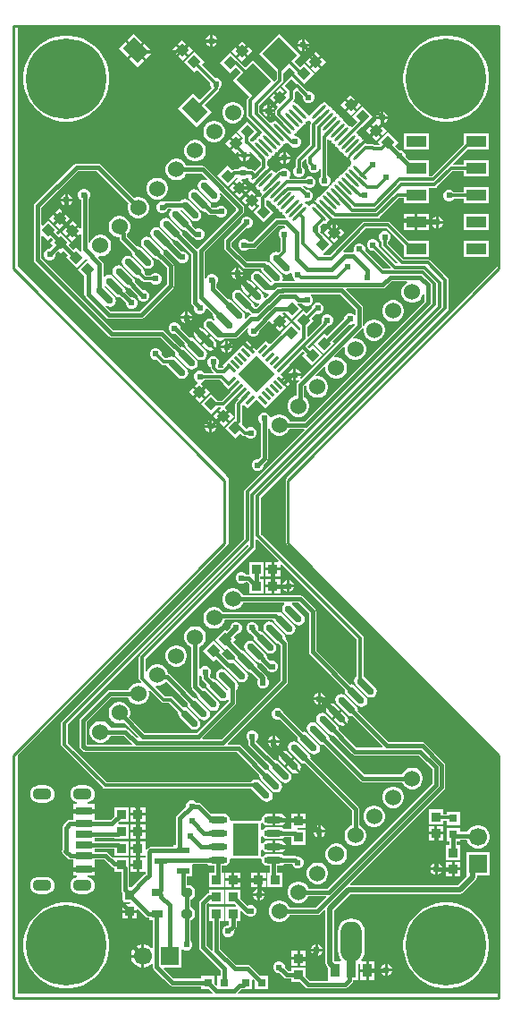
<source format=gbl>
G04*
G04 #@! TF.GenerationSoftware,Altium Limited,Altium Designer,23.4.1 (23)*
G04*
G04 Layer_Physical_Order=4*
G04 Layer_Color=16711680*
%FSLAX25Y25*%
%MOIN*%
G70*
G04*
G04 #@! TF.SameCoordinates,F4368ACF-6DCD-49CB-89D3-828AB3F38D71*
G04*
G04*
G04 #@! TF.FilePolarity,Positive*
G04*
G01*
G75*
%ADD10C,0.01000*%
%ADD17C,0.01500*%
%ADD18C,0.01200*%
%ADD19C,0.30000*%
%ADD20C,0.06000*%
%ADD21R,0.06693X0.06693*%
%ADD22C,0.06693*%
%ADD23C,0.04000*%
%ADD24O,0.07082X0.04331*%
%ADD25C,0.02400*%
G04:AMPARAMS|DCode=35|XSize=35.43mil|YSize=33.47mil|CornerRadius=0mil|HoleSize=0mil|Usage=FLASHONLY|Rotation=315.000|XOffset=0mil|YOffset=0mil|HoleType=Round|Shape=Rectangle|*
%AMROTATEDRECTD35*
4,1,4,-0.02436,0.00070,-0.00070,0.02436,0.02436,-0.00070,0.00070,-0.02436,-0.02436,0.00070,0.0*
%
%ADD35ROTATEDRECTD35*%

G04:AMPARAMS|DCode=36|XSize=35.43mil|YSize=33.47mil|CornerRadius=0mil|HoleSize=0mil|Usage=FLASHONLY|Rotation=225.000|XOffset=0mil|YOffset=0mil|HoleType=Round|Shape=Rectangle|*
%AMROTATEDRECTD36*
4,1,4,0.00070,0.02436,0.02436,0.00070,-0.00070,-0.02436,-0.02436,-0.00070,0.00070,0.02436,0.0*
%
%ADD36ROTATEDRECTD36*%

%ADD37R,0.03347X0.03543*%
%ADD38R,0.03000X0.03000*%
G04:AMPARAMS|DCode=39|XSize=78.74mil|YSize=59.06mil|CornerRadius=0mil|HoleSize=0mil|Usage=FLASHONLY|Rotation=135.000|XOffset=0mil|YOffset=0mil|HoleType=Round|Shape=Rectangle|*
%AMROTATEDRECTD39*
4,1,4,0.04872,-0.00696,0.00696,-0.04872,-0.04872,0.00696,-0.00696,0.04872,0.04872,-0.00696,0.0*
%
%ADD39ROTATEDRECTD39*%

%ADD40R,0.07480X0.04016*%
G04:AMPARAMS|DCode=41|XSize=94.49mil|YSize=86.61mil|CornerRadius=0mil|HoleSize=0mil|Usage=FLASHONLY|Rotation=135.000|XOffset=0mil|YOffset=0mil|HoleType=Round|Shape=Rectangle|*
%AMROTATEDRECTD41*
4,1,4,0.06403,-0.00278,0.00278,-0.06403,-0.06403,0.00278,-0.00278,0.06403,0.06403,-0.00278,0.0*
%
%ADD41ROTATEDRECTD41*%

G04:AMPARAMS|DCode=42|XSize=11.81mil|YSize=70.87mil|CornerRadius=0mil|HoleSize=0mil|Usage=FLASHONLY|Rotation=225.000|XOffset=0mil|YOffset=0mil|HoleType=Round|Shape=Round|*
%AMOVALD42*
21,1,0.05906,0.01181,0.00000,0.00000,315.0*
1,1,0.01181,-0.02088,0.02088*
1,1,0.01181,0.02088,-0.02088*
%
%ADD42OVALD42*%

G04:AMPARAMS|DCode=43|XSize=11.81mil|YSize=70.87mil|CornerRadius=0mil|HoleSize=0mil|Usage=FLASHONLY|Rotation=315.000|XOffset=0mil|YOffset=0mil|HoleType=Round|Shape=Round|*
%AMOVALD43*
21,1,0.05906,0.01181,0.00000,0.00000,45.0*
1,1,0.01181,-0.02088,-0.02088*
1,1,0.01181,0.02088,0.02088*
%
%ADD43OVALD43*%

%ADD44R,0.03402X0.05000*%
%ADD45R,0.03400X0.10000*%
%ADD46O,0.08000X0.15000*%
G04:AMPARAMS|DCode=47|XSize=80mil|YSize=24mil|CornerRadius=0mil|HoleSize=0mil|Usage=FLASHONLY|Rotation=135.000|XOffset=0mil|YOffset=0mil|HoleType=Round|Shape=Round|*
%AMOVALD47*
21,1,0.05600,0.02400,0.00000,0.00000,135.0*
1,1,0.02400,0.01980,-0.01980*
1,1,0.02400,-0.01980,0.01980*
%
%ADD47OVALD47*%

%ADD48R,0.03543X0.03347*%
%ADD49P,0.13919X4X180.0*%
G04:AMPARAMS|DCode=50|XSize=11.81mil|YSize=39.37mil|CornerRadius=0mil|HoleSize=0mil|Usage=FLASHONLY|Rotation=135.000|XOffset=0mil|YOffset=0mil|HoleType=Round|Shape=Rectangle|*
%AMROTATEDRECTD50*
4,1,4,0.01810,0.00974,-0.00974,-0.01810,-0.01810,-0.00974,0.00974,0.01810,0.01810,0.00974,0.0*
%
%ADD50ROTATEDRECTD50*%

G04:AMPARAMS|DCode=51|XSize=11.81mil|YSize=39.37mil|CornerRadius=0mil|HoleSize=0mil|Usage=FLASHONLY|Rotation=45.000|XOffset=0mil|YOffset=0mil|HoleType=Round|Shape=Rectangle|*
%AMROTATEDRECTD51*
4,1,4,0.00974,-0.01810,-0.01810,0.00974,-0.00974,0.01810,0.01810,-0.00974,0.00974,-0.01810,0.0*
%
%ADD51ROTATEDRECTD51*%

%ADD52R,0.05900X0.03150*%
%ADD53R,0.05900X0.02990*%
%ADD54R,0.05900X0.02760*%
%ADD55R,0.05118X0.02362*%
%ADD56R,0.03000X0.03000*%
%ADD57R,0.03937X0.03150*%
G04:AMPARAMS|DCode=58|XSize=39.37mil|YSize=31.5mil|CornerRadius=0mil|HoleSize=0mil|Usage=FLASHONLY|Rotation=0.000|XOffset=0mil|YOffset=0mil|HoleType=Round|Shape=Octagon|*
%AMOCTAGOND58*
4,1,8,0.01968,-0.00787,0.01968,0.00787,0.01181,0.01575,-0.01181,0.01575,-0.01968,0.00787,-0.01968,-0.00787,-0.01181,-0.01575,0.01181,-0.01575,0.01968,-0.00787,0.0*
%
%ADD58OCTAGOND58*%

%ADD59R,0.09500X0.12000*%
%ADD60O,0.07087X0.02400*%
%ADD61C,0.02000*%
G36*
X180481Y272618D02*
X102069Y194206D01*
X101826Y193843D01*
X101741Y193413D01*
X101741Y193413D01*
Y169791D01*
X101741Y169791D01*
X101826Y169362D01*
X102069Y168998D01*
X180481Y90587D01*
Y1622D01*
X83775D01*
X83568Y2121D01*
X84852Y3405D01*
X89000D01*
Y6805D01*
X89462Y6997D01*
X90000Y6459D01*
Y3405D01*
X95000D01*
Y8405D01*
X91947D01*
X88379Y11973D01*
X87932Y12272D01*
X87405Y12376D01*
X83070D01*
X77066Y18381D01*
Y28823D01*
X78461D01*
Y34169D01*
X72918D01*
Y28823D01*
X74313D01*
Y17841D01*
X74244Y17780D01*
X73845Y17602D01*
X71876Y19570D01*
Y34930D01*
X72456Y35509D01*
X72918Y35318D01*
Y35122D01*
X78461D01*
Y40468D01*
X72918D01*
Y39646D01*
X72795Y39172D01*
X72268Y39067D01*
X71822Y38769D01*
X71822Y38769D01*
X69527Y36473D01*
X69228Y36027D01*
X69124Y35500D01*
Y19000D01*
X69228Y18473D01*
X69527Y18027D01*
X77123Y10430D01*
Y8406D01*
X76000D01*
Y5006D01*
X75538Y4814D01*
X75000Y5352D01*
Y8406D01*
X70000D01*
Y7282D01*
X59748D01*
X58057Y8973D01*
X58057Y8973D01*
X56090Y10940D01*
X56282Y11402D01*
X62496D01*
Y18186D01*
X62996Y18393D01*
X63321Y18068D01*
X64129Y17733D01*
X65004D01*
X65813Y18068D01*
X66432Y18687D01*
X66767Y19496D01*
Y20371D01*
X66432Y21179D01*
X65943Y21668D01*
Y28921D01*
X66248D01*
X67535Y30209D01*
Y32783D01*
X66248Y34071D01*
X65943D01*
Y36795D01*
X66248D01*
X67535Y38083D01*
Y40657D01*
X66248Y41945D01*
X64565D01*
Y45260D01*
X66748D01*
Y49622D01*
X67063Y49992D01*
X72237D01*
X72252Y49969D01*
X72979Y49483D01*
X73838Y49312D01*
X74805D01*
Y46768D01*
X72918D01*
Y41421D01*
X78461D01*
Y46768D01*
X77557D01*
Y49312D01*
X78524D01*
X79383Y49483D01*
X80111Y49969D01*
X80597Y50697D01*
X80768Y51555D01*
X80759Y51599D01*
X81178Y52055D01*
X92050D01*
X92470Y51599D01*
X92461Y51555D01*
X92632Y50697D01*
X93118Y49969D01*
X93846Y49483D01*
X94704Y49312D01*
X95671D01*
Y46768D01*
X94767D01*
Y41421D01*
X100311D01*
Y46768D01*
X98424D01*
Y49312D01*
X99391D01*
X100249Y49483D01*
X100977Y49969D01*
X101117Y50179D01*
X103800D01*
Y50062D01*
X104135Y49254D01*
X104754Y48635D01*
X105562Y48300D01*
X106438D01*
X107246Y48635D01*
X107865Y49254D01*
X108200Y50062D01*
Y50938D01*
X107865Y51746D01*
X107246Y52365D01*
X106438Y52700D01*
X105661D01*
X105472Y52827D01*
X104945Y52932D01*
X101117D01*
X100977Y53141D01*
X100249Y53628D01*
X99391Y53798D01*
X94704D01*
X93846Y53628D01*
X93118Y53141D01*
X92864Y52762D01*
X92364Y52913D01*
Y55197D01*
X92864Y55349D01*
X93118Y54969D01*
X93846Y54483D01*
X94704Y54312D01*
X96547D01*
Y56555D01*
Y58798D01*
X94704D01*
X93846Y58627D01*
X93118Y58141D01*
X92864Y57762D01*
X92364Y57913D01*
Y60197D01*
X92864Y60349D01*
X93118Y59969D01*
X93846Y59483D01*
X94704Y59312D01*
X99391D01*
X100249Y59483D01*
X100977Y59969D01*
X101117Y60179D01*
X103626D01*
Y57170D01*
X108972D01*
Y62713D01*
X105884D01*
X105822Y62772D01*
X106020Y63272D01*
X108972D01*
Y65544D01*
X106299D01*
X103626D01*
Y63432D01*
X103626Y63272D01*
X103267Y62932D01*
X101117D01*
X100977Y63141D01*
X100249Y63627D01*
X99391Y63798D01*
X94704D01*
X93846Y63627D01*
X93118Y63141D01*
X92864Y62762D01*
X92364Y62913D01*
Y65197D01*
X92864Y65349D01*
X93118Y64969D01*
X93846Y64483D01*
X94704Y64312D01*
X96547D01*
Y66555D01*
Y68798D01*
X94704D01*
X93846Y68628D01*
X93118Y68141D01*
X92632Y67414D01*
X92461Y66555D01*
X92470Y66511D01*
X92050Y66055D01*
X81178D01*
X80759Y66511D01*
X80768Y66555D01*
X80597Y67414D01*
X80111Y68141D01*
X79383Y68628D01*
X78524Y68798D01*
X73838D01*
X73590Y68749D01*
X69866Y72473D01*
X69420Y72772D01*
X68893Y72876D01*
X68235D01*
X67746Y73365D01*
X66938Y73700D01*
X66062D01*
X65254Y73365D01*
X64635Y72746D01*
X64300Y71938D01*
Y71247D01*
X61027Y67973D01*
X60728Y67527D01*
X60624Y67000D01*
Y57102D01*
X59630D01*
Y56298D01*
X51086D01*
X50559Y56193D01*
X50112Y55895D01*
X49630Y55412D01*
X49223Y55532D01*
X49130Y55599D01*
Y58579D01*
X46859D01*
Y55905D01*
Y53232D01*
X49124D01*
Y52280D01*
X46858D01*
Y49606D01*
Y46933D01*
X49124D01*
Y46222D01*
X48751Y45973D01*
X48751Y45973D01*
X44034Y41256D01*
X42904D01*
Y46933D01*
X43027D01*
Y52280D01*
X37484D01*
X37484Y52280D01*
Y52280D01*
X37028Y52419D01*
X35403Y54043D01*
X34957Y54342D01*
X34430Y54447D01*
X30230D01*
Y55709D01*
X37485D01*
Y53232D01*
X43028D01*
Y58579D01*
X37485D01*
Y58462D01*
X30230D01*
Y59649D01*
X37485D01*
Y59531D01*
X43028D01*
Y64878D01*
X39131D01*
X38940Y65340D01*
X39430Y65831D01*
X43027D01*
Y71177D01*
X37484D01*
Y67777D01*
X36123Y66417D01*
X30230D01*
Y69380D01*
X26280D01*
X22330D01*
Y66417D01*
X21040D01*
X21040Y66417D01*
X20513Y66312D01*
X20067Y66013D01*
X18527Y64473D01*
X18228Y64027D01*
X18124Y63500D01*
Y55345D01*
X18038Y54914D01*
X18143Y54387D01*
X18441Y53941D01*
X20285Y52097D01*
X20732Y51798D01*
X21258Y51694D01*
X21258Y51694D01*
X22330D01*
Y48730D01*
X26280D01*
X30230D01*
Y51694D01*
X33860D01*
X36596Y48957D01*
X37043Y48659D01*
X37484Y48571D01*
Y46933D01*
X40151D01*
Y40341D01*
X40256Y39815D01*
X40554Y39368D01*
X40634Y39288D01*
Y35712D01*
X43630D01*
X43669Y35653D01*
X43402Y35153D01*
X40634D01*
Y32882D01*
X43307D01*
X45980D01*
Y33112D01*
X46442Y33304D01*
X49223Y30523D01*
X49670Y30224D01*
X50196Y30120D01*
X50575D01*
Y28921D01*
X51927D01*
Y18825D01*
X51427Y18618D01*
X50818Y19226D01*
X49827Y19798D01*
X48722Y20095D01*
X48650D01*
Y15748D01*
Y11402D01*
X48722D01*
X49827Y11698D01*
X50818Y12270D01*
X51427Y12878D01*
X51927Y12671D01*
Y11780D01*
X52031Y11253D01*
X52330Y10807D01*
X56110Y7027D01*
X56110Y7027D01*
X58204Y4932D01*
X58651Y4634D01*
X59178Y4529D01*
X70000D01*
Y3406D01*
X73053D01*
X74337Y2121D01*
X74130Y1622D01*
X1622D01*
Y90587D01*
X80033Y168998D01*
X80033Y168998D01*
X80276Y169362D01*
X80362Y169791D01*
Y193413D01*
X80362Y193413D01*
X80276Y193843D01*
X80033Y194206D01*
X80033Y194207D01*
X1622Y272618D01*
Y361583D01*
X180481D01*
Y272618D01*
D02*
G37*
%LPC*%
G36*
X74408Y358674D02*
Y357000D01*
X76082D01*
X75773Y357746D01*
X75154Y358365D01*
X74408Y358674D01*
D02*
G37*
G36*
X73408D02*
X72662Y358365D01*
X72043Y357746D01*
X71734Y357000D01*
X73408D01*
Y358674D01*
D02*
G37*
G36*
X108500Y357174D02*
Y355500D01*
X110174D01*
X109865Y356246D01*
X109246Y356865D01*
X108500Y357174D01*
D02*
G37*
G36*
X107500D02*
X106754Y356865D01*
X106135Y356246D01*
X105826Y355500D01*
X107500D01*
Y357174D01*
D02*
G37*
G36*
X76082Y356000D02*
X74408D01*
Y354326D01*
X75154Y354635D01*
X75773Y355254D01*
X76082Y356000D01*
D02*
G37*
G36*
X73408D02*
X71734D01*
X72043Y355254D01*
X72662Y354635D01*
X73408Y354326D01*
Y356000D01*
D02*
G37*
G36*
X62930Y356850D02*
X61394Y355313D01*
X63000Y353707D01*
X64537Y355244D01*
X62930Y356850D01*
D02*
G37*
G36*
X44844Y359246D02*
X42402Y356805D01*
X45540Y353667D01*
X47981Y356109D01*
X44844Y359246D01*
D02*
G37*
G36*
X85227Y356508D02*
X83621Y354902D01*
X85158Y353365D01*
X86764Y354971D01*
X85227Y356508D01*
D02*
G37*
G36*
X110174Y354500D02*
X108500D01*
Y352826D01*
X109246Y353135D01*
X109865Y353754D01*
X110174Y354500D01*
D02*
G37*
G36*
X107500D02*
X105826D01*
X106135Y353754D01*
X106754Y353135D01*
X107500Y352826D01*
Y354500D01*
D02*
G37*
G36*
X60687Y354606D02*
X59150Y353070D01*
X60756Y351463D01*
X62293Y353000D01*
X60687Y354606D01*
D02*
G37*
G36*
X65244Y354537D02*
X63707Y353000D01*
X65313Y351394D01*
X66850Y352930D01*
X65244Y354537D01*
D02*
G37*
G36*
X87471Y354264D02*
X85865Y352658D01*
X87402Y351121D01*
X89008Y352727D01*
X87471Y354264D01*
D02*
G37*
G36*
X82914Y354194D02*
X81308Y352588D01*
X82844Y351051D01*
X84451Y352658D01*
X82914Y354194D01*
D02*
G37*
G36*
X41695Y356098D02*
X39254Y353656D01*
X42391Y350519D01*
X44833Y352960D01*
X41695Y356098D01*
D02*
G37*
G36*
X48688Y355402D02*
X46247Y352960D01*
X49384Y349823D01*
X51826Y352264D01*
X48688Y355402D01*
D02*
G37*
G36*
X112727Y352507D02*
X111121Y350901D01*
X112657Y349364D01*
X114264Y350971D01*
X112727Y352507D01*
D02*
G37*
G36*
X63000Y352293D02*
X61463Y350756D01*
X63070Y349150D01*
X64606Y350687D01*
X63000Y352293D01*
D02*
G37*
G36*
X85158Y351951D02*
X83551Y350344D01*
X85088Y348808D01*
X86695Y350414D01*
X85158Y351951D01*
D02*
G37*
G36*
X114971Y350264D02*
X113364Y348657D01*
X114901Y347121D01*
X116507Y348727D01*
X114971Y350264D01*
D02*
G37*
G36*
X110414Y350194D02*
X108807Y348588D01*
X110344Y347051D01*
X111950Y348657D01*
X110414Y350194D01*
D02*
G37*
G36*
X45540Y352253D02*
X43098Y349812D01*
X46236Y346674D01*
X48677Y349116D01*
X45540Y352253D01*
D02*
G37*
G36*
X112657Y347950D02*
X111051Y346344D01*
X112588Y344807D01*
X114194Y346413D01*
X112657Y347950D01*
D02*
G37*
G36*
X99082Y359146D02*
X91543Y351607D01*
X98137Y345013D01*
Y342367D01*
X97255Y341485D01*
X89338Y349402D01*
X86434Y346498D01*
X84606Y348325D01*
X84693Y348412D01*
X80912Y352193D01*
X76993Y348273D01*
X80773Y344493D01*
X82876Y346595D01*
X84703Y344767D01*
X81799Y341863D01*
X87898Y335764D01*
X87335Y335201D01*
X87070Y334804D01*
X86976Y334336D01*
Y328884D01*
X87070Y328416D01*
X87335Y328019D01*
X92527Y322827D01*
X92455Y322192D01*
X92247Y322053D01*
X91896Y321527D01*
X91810Y321098D01*
X91381Y321013D01*
X90855Y320661D01*
X90504Y320135D01*
X90418Y319706D01*
X89989Y319621D01*
X89463Y319269D01*
X89324Y319061D01*
X88690Y318989D01*
X88469Y319210D01*
X88365Y319365D01*
X88311Y319419D01*
Y320031D01*
X91007Y322727D01*
X87227Y326507D01*
X83307Y322588D01*
X85579Y320316D01*
X85565Y320247D01*
X85405Y320198D01*
X83196Y317989D01*
X81236Y316029D01*
X82773Y314492D01*
X83641Y315361D01*
X84065Y315077D01*
X83826Y314500D01*
X88174D01*
X87981Y314967D01*
X88405Y315251D01*
X92157Y311498D01*
Y310549D01*
X89824Y308216D01*
X89771Y308270D01*
X89374Y308535D01*
X88906Y308628D01*
X87518D01*
X87509Y308651D01*
X86890Y309270D01*
X86081Y309605D01*
X85206D01*
X84398Y309270D01*
X83779Y308651D01*
X83769Y308628D01*
X82382D01*
X81913Y308535D01*
X81516Y308270D01*
X81514Y308267D01*
X79773Y310007D01*
X75993Y306227D01*
X79912Y302307D01*
X83321Y305716D01*
X83624Y305654D01*
X83712Y305316D01*
X82551Y304156D01*
X84158Y302549D01*
X85694Y304086D01*
X85038Y304743D01*
X85130Y304996D01*
X85283Y305205D01*
X86081D01*
X86890Y305539D01*
X87191Y305840D01*
X87651Y305594D01*
X87596Y305317D01*
X87720Y304696D01*
X88071Y304170D01*
X88597Y303818D01*
X89026Y303733D01*
X89112Y303304D01*
X89180Y303202D01*
X89786Y303808D01*
X89839Y303818D01*
X90365Y304170D01*
X92453Y306258D01*
X94541Y308346D01*
X94892Y308872D01*
X94903Y308925D01*
X95508Y309530D01*
X95406Y309599D01*
X94977Y309684D01*
X94892Y310113D01*
X94604Y310544D01*
Y311503D01*
X94892Y311934D01*
X94977Y312363D01*
X95406Y312448D01*
X95932Y312800D01*
X96284Y313326D01*
X96369Y313755D01*
X96798Y313840D01*
X97324Y314192D01*
X97676Y314718D01*
X97761Y315147D01*
X98190Y315232D01*
X98716Y315584D01*
X99068Y316110D01*
X99153Y316539D01*
X99582Y316624D01*
X100108Y316976D01*
X100460Y317502D01*
X100545Y317931D01*
X100974Y318016D01*
X101500Y318368D01*
X101639Y318575D01*
X102274Y318648D01*
X102787Y318135D01*
X103050Y317959D01*
X103135Y317754D01*
X103754Y317135D01*
X104562Y316800D01*
X105438D01*
X106246Y317135D01*
X106865Y317754D01*
X107200Y318562D01*
Y319438D01*
X106865Y320246D01*
X106246Y320865D01*
X105438Y321200D01*
X104918D01*
X104652Y321649D01*
X104808Y322124D01*
X105150Y322192D01*
X105676Y322544D01*
X106027Y323070D01*
X106113Y323499D01*
X106542Y323584D01*
X107068Y323936D01*
X107420Y324462D01*
X107505Y324891D01*
X107934Y324976D01*
X108460Y325327D01*
X108811Y325854D01*
X108897Y326283D01*
X109326Y326368D01*
X109852Y326719D01*
X109935Y326845D01*
X110537D01*
X110621Y326719D01*
X110836Y326575D01*
X110881Y326514D01*
X110977Y325932D01*
X110975Y325927D01*
X110870Y325770D01*
X110776Y325302D01*
Y318007D01*
X105635Y312865D01*
X105370Y312468D01*
X105277Y312000D01*
Y309875D01*
X105254Y309865D01*
X104635Y309246D01*
X104300Y308438D01*
Y307562D01*
X104635Y306754D01*
X105254Y306135D01*
X106062Y305800D01*
X106938D01*
X107746Y306135D01*
X108365Y306754D01*
X108700Y307562D01*
Y308438D01*
X108365Y309246D01*
X107746Y309865D01*
X107723Y309875D01*
Y311493D01*
X108877Y312646D01*
X109377Y312439D01*
Y311225D01*
X109470Y310756D01*
X109735Y310360D01*
X109905Y310190D01*
X109800Y309938D01*
Y309062D01*
X110135Y308254D01*
X110754Y307635D01*
X111562Y307300D01*
X112438D01*
X113246Y307635D01*
X113865Y308254D01*
X114076Y308764D01*
X114576Y308665D01*
Y306188D01*
X114135Y305746D01*
X113800Y304938D01*
Y304062D01*
X114135Y303254D01*
X114754Y302635D01*
X115562Y302300D01*
X116438D01*
X117246Y302635D01*
X117267Y302634D01*
X117537Y302223D01*
X117229Y301761D01*
X117143Y301332D01*
X116715Y301247D01*
X116188Y300896D01*
X115837Y300370D01*
X115752Y299940D01*
X115323Y299855D01*
X114796Y299504D01*
X114445Y298977D01*
X114360Y298549D01*
X113931Y298463D01*
X113405Y298112D01*
X113053Y297586D01*
X112968Y297157D01*
X112539Y297071D01*
X112436Y297003D01*
X113042Y296397D01*
X113053Y296344D01*
X113404Y295818D01*
X115492Y293730D01*
X117580Y291642D01*
X118106Y291291D01*
X118159Y291280D01*
X118895Y290544D01*
X119269Y290626D01*
X119285Y290621D01*
X119361Y290570D01*
X119830Y290476D01*
X135746D01*
X136214Y290570D01*
X136611Y290835D01*
X143765Y297989D01*
X145457D01*
Y296205D01*
X154937D01*
Y301777D01*
X157000D01*
X157468Y301870D01*
X157865Y302135D01*
X163719Y307989D01*
X167898D01*
Y306205D01*
X177378D01*
Y312221D01*
X167898D01*
Y310436D01*
X164274D01*
X164083Y310898D01*
X169389Y316205D01*
X177378D01*
Y322220D01*
X167898D01*
Y318174D01*
X155948Y306224D01*
X154937D01*
Y312221D01*
X147403D01*
X146261Y313363D01*
Y314054D01*
X145926Y314862D01*
X145307Y315481D01*
X144499Y315816D01*
X143807D01*
X142179Y317445D01*
X143507Y318773D01*
X139588Y322693D01*
X135807Y318912D01*
X136609Y318110D01*
X136402Y317610D01*
X134886D01*
X134531Y317848D01*
X134063Y317941D01*
X132306D01*
X131875Y318229D01*
X131446Y318314D01*
X131361Y318743D01*
X131293Y318845D01*
X130687Y318239D01*
X130634Y318229D01*
X130108Y317877D01*
X128020Y315790D01*
X125932Y313702D01*
X125580Y313175D01*
X125570Y313123D01*
X124964Y312517D01*
X125066Y312448D01*
X125495Y312363D01*
X125581Y311934D01*
X125932Y311408D01*
X126057Y311324D01*
Y310723D01*
X125932Y310639D01*
X125581Y310113D01*
X125495Y309684D01*
X125066Y309599D01*
X124540Y309247D01*
X124188Y308721D01*
X124103Y308292D01*
X123674Y308207D01*
X123148Y307855D01*
X122797Y307329D01*
X122711Y306900D01*
X122282Y306815D01*
X121756Y306463D01*
X121405Y305937D01*
X121319Y305508D01*
X120890Y305423D01*
X120364Y305071D01*
X120013Y304545D01*
X119927Y304116D01*
X119498Y304031D01*
X118972Y303679D01*
X118621Y303153D01*
X118535Y302724D01*
X118106Y302639D01*
X117657Y302339D01*
X117339Y302727D01*
X117865Y303254D01*
X118200Y304062D01*
Y304938D01*
X117865Y305746D01*
X117246Y306365D01*
X117024Y306457D01*
Y319693D01*
X117524Y319845D01*
X117580Y319760D01*
X118106Y319408D01*
X118535Y319323D01*
X118621Y318894D01*
X118972Y318368D01*
X119498Y318016D01*
X119927Y317931D01*
X120013Y317502D01*
X120364Y316976D01*
X120890Y316624D01*
X121319Y316539D01*
X121405Y316110D01*
X121756Y315584D01*
X122282Y315232D01*
X122711Y315147D01*
X122797Y314718D01*
X123148Y314192D01*
X123674Y313840D01*
X124103Y313755D01*
X124188Y313326D01*
X124257Y313224D01*
X124863Y313830D01*
X124916Y313840D01*
X125442Y314192D01*
X127530Y316280D01*
X129618Y318368D01*
X129969Y318894D01*
X129980Y318947D01*
X130586Y319552D01*
X130483Y319621D01*
X130054Y319706D01*
X129969Y320135D01*
X129617Y320661D01*
X129091Y321013D01*
X128662Y321098D01*
X128577Y321527D01*
X128225Y322053D01*
X128018Y322192D01*
X127945Y322827D01*
X129919Y324800D01*
X130227Y324493D01*
X134007Y328273D01*
X130088Y332193D01*
X126307Y328412D01*
X128189Y326531D01*
X126215Y324557D01*
X125580Y324629D01*
X125442Y324837D01*
X124915Y325188D01*
X124486Y325274D01*
X124401Y325703D01*
X124050Y326229D01*
X123523Y326581D01*
X123094Y326666D01*
X123009Y327095D01*
X122658Y327621D01*
X122132Y327972D01*
X121703Y328058D01*
X121617Y328487D01*
X121266Y329013D01*
X120740Y329364D01*
X120311Y329450D01*
X120225Y329879D01*
X119874Y330405D01*
X119348Y330756D01*
X118919Y330842D01*
X118833Y331271D01*
X118482Y331797D01*
X117956Y332148D01*
X117527Y332234D01*
X117441Y332663D01*
X117090Y333189D01*
X116564Y333540D01*
X115943Y333664D01*
X115323Y333540D01*
X114796Y333189D01*
X110621Y329013D01*
X110537Y328888D01*
X109935D01*
X109852Y329013D01*
X105676Y333189D01*
X105150Y333540D01*
X104589Y333652D01*
X104466Y333857D01*
X104373Y334142D01*
X104453Y334223D01*
X104718Y334619D01*
X104811Y335088D01*
Y337031D01*
X105775Y337995D01*
X107809Y335960D01*
X107800Y335938D01*
Y335062D01*
X108135Y334254D01*
X108754Y333635D01*
X109562Y333300D01*
X110438D01*
X111246Y333635D01*
X111865Y334254D01*
X112200Y335062D01*
Y335938D01*
X111865Y336746D01*
X111246Y337365D01*
X110438Y337700D01*
X109562D01*
X109540Y337691D01*
X107505Y339725D01*
X107507Y339727D01*
X103727Y343507D01*
X99807Y339588D01*
X102079Y337316D01*
X102065Y337247D01*
X101905Y337198D01*
X99696Y334989D01*
X97736Y333029D01*
X98767Y331998D01*
X98135Y331365D01*
X97870Y330968D01*
X97777Y330500D01*
Y329233D01*
X97870Y328765D01*
X98114Y328398D01*
X98131Y328346D01*
X98082Y328061D01*
X98844Y327298D01*
X98855Y327245D01*
X99207Y326719D01*
X101295Y324631D01*
X100804Y324141D01*
X98716Y326229D01*
X98190Y326581D01*
X98137Y326591D01*
X97532Y327197D01*
X97463Y327095D01*
X97378Y326666D01*
X96949Y326581D01*
X96423Y326229D01*
X96284Y326021D01*
X95649Y325949D01*
X91724Y329875D01*
Y332493D01*
X100225Y340995D01*
X100490Y341392D01*
X100584Y341860D01*
Y344457D01*
X103041Y346914D01*
X105087Y344867D01*
X104492Y344273D01*
X108273Y340492D01*
X112192Y344412D01*
X108412Y348192D01*
X106817Y346598D01*
X104771Y348644D01*
X107177Y351050D01*
X99082Y359146D01*
D02*
G37*
G36*
X99412Y339192D02*
X97806Y337586D01*
X99342Y336049D01*
X100949Y337656D01*
X99412Y339192D01*
D02*
G37*
G36*
X67245Y352535D02*
X63465Y348755D01*
X67385Y344835D01*
X68410Y345860D01*
X73309Y340960D01*
X73300Y340938D01*
Y340062D01*
X73635Y339254D01*
X73953Y338936D01*
X69498Y334481D01*
X66872Y337107D01*
X61282Y331517D01*
X68264Y324535D01*
X73854Y330125D01*
X71228Y332751D01*
X76318Y337840D01*
X76583Y338237D01*
X76654Y338597D01*
X76746Y338635D01*
X77365Y339254D01*
X77700Y340062D01*
Y340938D01*
X77365Y341746D01*
X76746Y342365D01*
X75938Y342700D01*
X75062D01*
X75040Y342691D01*
X70140Y347590D01*
X71165Y348615D01*
X67245Y352535D01*
D02*
G37*
G36*
X97098Y336879D02*
X95492Y335273D01*
X97029Y333736D01*
X98635Y335342D01*
X97098Y336879D01*
D02*
G37*
G36*
X125773Y336508D02*
X124236Y334971D01*
X125842Y333365D01*
X127379Y334901D01*
X125773Y336508D01*
D02*
G37*
G36*
X123529Y334264D02*
X121992Y332727D01*
X123599Y331121D01*
X125135Y332658D01*
X123529Y334264D01*
D02*
G37*
G36*
X128086Y334194D02*
X126549Y332658D01*
X128156Y331051D01*
X129692Y332588D01*
X128086Y334194D01*
D02*
G37*
G36*
X95500Y332674D02*
Y331000D01*
X97174D01*
X96865Y331746D01*
X96246Y332365D01*
X95500Y332674D01*
D02*
G37*
G36*
X94500D02*
X93754Y332365D01*
X93135Y331746D01*
X92826Y331000D01*
X94500D01*
Y332674D01*
D02*
G37*
G36*
X125842Y331951D02*
X124305Y330414D01*
X125912Y328808D01*
X127449Y330344D01*
X125842Y331951D01*
D02*
G37*
G36*
X138000Y330174D02*
Y328500D01*
X139674D01*
X139365Y329246D01*
X138746Y329865D01*
X138000Y330174D01*
D02*
G37*
G36*
X137000D02*
X136254Y329865D01*
X135635Y329246D01*
X135326Y328500D01*
X137000D01*
Y330174D01*
D02*
G37*
G36*
X97174Y330000D02*
X95500D01*
Y328326D01*
X96246Y328635D01*
X96865Y329254D01*
X97174Y330000D01*
D02*
G37*
G36*
X94500D02*
X92826D01*
X93135Y329254D01*
X93754Y328635D01*
X94500Y328326D01*
Y330000D01*
D02*
G37*
G36*
X162677Y358520D02*
X160158D01*
X157671Y358126D01*
X155275Y357347D01*
X153032Y356204D01*
X150994Y354724D01*
X149213Y352943D01*
X147733Y350905D01*
X146590Y348662D01*
X145811Y346266D01*
X145417Y343779D01*
Y341261D01*
X145811Y338773D01*
X146590Y336378D01*
X147733Y334134D01*
X149213Y332096D01*
X150994Y330316D01*
X153032Y328835D01*
X155275Y327692D01*
X157671Y326914D01*
X160158Y326520D01*
X162677D01*
X165164Y326914D01*
X167559Y327692D01*
X169803Y328835D01*
X171841Y330316D01*
X173621Y332096D01*
X175102Y334134D01*
X176245Y336378D01*
X177023Y338773D01*
X177417Y341261D01*
Y343779D01*
X177023Y346266D01*
X176245Y348662D01*
X175102Y350905D01*
X173621Y352943D01*
X171841Y354724D01*
X169803Y356204D01*
X167559Y357347D01*
X165164Y358126D01*
X162677Y358520D01*
D02*
G37*
G36*
X20944D02*
X18426D01*
X15938Y358126D01*
X13543Y357347D01*
X11299Y356204D01*
X9262Y354724D01*
X7481Y352943D01*
X6001Y350905D01*
X4857Y348662D01*
X4079Y346266D01*
X3685Y343779D01*
Y341261D01*
X4079Y338773D01*
X4857Y336378D01*
X6001Y334134D01*
X7481Y332096D01*
X9262Y330316D01*
X11299Y328835D01*
X13543Y327692D01*
X15938Y326914D01*
X18426Y326520D01*
X20944D01*
X23432Y326914D01*
X25827Y327692D01*
X28071Y328835D01*
X30108Y330316D01*
X31889Y332096D01*
X33369Y334134D01*
X34513Y336378D01*
X35291Y338773D01*
X35685Y341261D01*
Y343779D01*
X35291Y346266D01*
X34513Y348662D01*
X33369Y350905D01*
X31889Y352943D01*
X30108Y354724D01*
X28071Y356204D01*
X25827Y357347D01*
X23432Y358126D01*
X20944Y358520D01*
D02*
G37*
G36*
X139674Y327500D02*
X138000D01*
Y325826D01*
X138746Y326135D01*
X139365Y326754D01*
X139674Y327500D01*
D02*
G37*
G36*
X82420Y333809D02*
X81367D01*
X80349Y333536D01*
X79437Y333010D01*
X78693Y332265D01*
X78166Y331353D01*
X77893Y330335D01*
Y329282D01*
X78166Y328265D01*
X78693Y327353D01*
X79437Y326608D01*
X80349Y326081D01*
X81367Y325809D01*
X82420D01*
X83437Y326081D01*
X84349Y326608D01*
X85094Y327353D01*
X85621Y328265D01*
X85893Y329282D01*
Y330335D01*
X85621Y331353D01*
X85094Y332265D01*
X84349Y333010D01*
X83437Y333536D01*
X82420Y333809D01*
D02*
G37*
G36*
X137000Y327500D02*
X135326D01*
X135333Y327483D01*
X135273Y327008D01*
X135072Y326807D01*
X133736Y325471D01*
X135342Y323865D01*
X137000Y325523D01*
Y327500D01*
D02*
G37*
G36*
X133029Y324764D02*
X131492Y323227D01*
X133098Y321621D01*
X134635Y323158D01*
X133029Y324764D01*
D02*
G37*
G36*
X137586Y324694D02*
X136049Y323158D01*
X137656Y321551D01*
X139192Y323088D01*
X137586Y324694D01*
D02*
G37*
G36*
X135342Y322451D02*
X133806Y320914D01*
X135412Y319308D01*
X136949Y320844D01*
X135342Y322451D01*
D02*
G37*
G36*
X82912Y322192D02*
X81306Y320586D01*
X82842Y319049D01*
X84449Y320656D01*
X82912Y322192D01*
D02*
G37*
G36*
X75349Y326738D02*
X74296D01*
X73278Y326465D01*
X72366Y325939D01*
X71622Y325194D01*
X71095Y324282D01*
X70822Y323264D01*
Y322211D01*
X71095Y321194D01*
X71622Y320282D01*
X72366Y319537D01*
X73278Y319010D01*
X74296Y318738D01*
X75349D01*
X76366Y319010D01*
X77278Y319537D01*
X78023Y320282D01*
X78550Y321194D01*
X78822Y322211D01*
Y323264D01*
X78550Y324282D01*
X78023Y325194D01*
X77278Y325939D01*
X76366Y326465D01*
X75349Y326738D01*
D02*
G37*
G36*
X80598Y319879D02*
X78992Y318273D01*
X80529Y316736D01*
X82135Y318342D01*
X80598Y319879D01*
D02*
G37*
G36*
X154937Y322220D02*
X145457D01*
Y316205D01*
X154937D01*
Y322220D01*
D02*
G37*
G36*
X101500Y315174D02*
Y313500D01*
X103174D01*
X102865Y314246D01*
X102246Y314865D01*
X101500Y315174D01*
D02*
G37*
G36*
X100500D02*
X99754Y314865D01*
X99135Y314246D01*
X98826Y313500D01*
X100500D01*
Y315174D01*
D02*
G37*
G36*
X88174Y313500D02*
X86500D01*
Y311826D01*
X87246Y312135D01*
X87865Y312754D01*
X88174Y313500D01*
D02*
G37*
G36*
X85500D02*
X83826D01*
X84135Y312754D01*
X84754Y312135D01*
X85500Y311826D01*
Y313500D01*
D02*
G37*
G36*
X68278Y319667D02*
X67225D01*
X66207Y319394D01*
X65295Y318867D01*
X64550Y318123D01*
X64024Y317211D01*
X63751Y316193D01*
Y315140D01*
X64024Y314123D01*
X64550Y313211D01*
X65295Y312466D01*
X66207Y311939D01*
X67225Y311667D01*
X68278D01*
X69295Y311939D01*
X70207Y312466D01*
X70952Y313211D01*
X71479Y314123D01*
X71751Y315140D01*
Y316193D01*
X71479Y317211D01*
X70952Y318123D01*
X70207Y318867D01*
X69295Y319394D01*
X68278Y319667D01*
D02*
G37*
G36*
X103174Y312500D02*
X101500D01*
Y310826D01*
X102246Y311135D01*
X102865Y311754D01*
X103174Y312500D01*
D02*
G37*
G36*
X100500D02*
X98826D01*
X99135Y311754D01*
X99754Y311135D01*
X100500Y310826D01*
Y312500D01*
D02*
G37*
G36*
X61207Y312596D02*
X60154D01*
X59136Y312323D01*
X58224Y311796D01*
X57479Y311052D01*
X56953Y310140D01*
X56680Y309122D01*
Y308069D01*
X56953Y307052D01*
X57479Y306140D01*
X58224Y305395D01*
X59136Y304868D01*
X60154Y304596D01*
X61207D01*
X62224Y304868D01*
X63136Y305395D01*
X63881Y306140D01*
X64408Y307052D01*
X64452Y307219D01*
X70013D01*
X72311Y304921D01*
X71993Y304533D01*
X71818Y304649D01*
X70960Y304820D01*
X70101Y304649D01*
X69374Y304163D01*
X68887Y303435D01*
X68717Y302577D01*
X68887Y301718D01*
X69374Y300991D01*
X73333Y297031D01*
X74061Y296545D01*
X74919Y296374D01*
X75778Y296545D01*
X76506Y297031D01*
X76992Y297759D01*
X77162Y298617D01*
X76992Y299476D01*
X76875Y299650D01*
X77263Y299969D01*
X83060Y294172D01*
Y293507D01*
X69027Y279473D01*
X68789Y279117D01*
X68400Y279002D01*
X68211Y278988D01*
X62971Y284228D01*
X63020Y284475D01*
X62850Y285333D01*
X62363Y286061D01*
X58404Y290021D01*
X57676Y290507D01*
X56818Y290678D01*
X55959Y290507D01*
X55231Y290021D01*
X54745Y289293D01*
X54574Y288435D01*
X54745Y287576D01*
X55231Y286849D01*
X59191Y282889D01*
X59919Y282403D01*
X60777Y282232D01*
X61025Y282281D01*
X66124Y277182D01*
Y259243D01*
X66228Y258717D01*
X66527Y258270D01*
X67317Y257480D01*
X67300Y257438D01*
Y256562D01*
X67635Y255754D01*
X68254Y255135D01*
X69062Y254800D01*
X69938D01*
X70746Y255135D01*
X71365Y255754D01*
X71700Y256562D01*
Y256756D01*
X72200Y256963D01*
X74423Y254741D01*
X74373Y254494D01*
X74544Y253635D01*
X75030Y252907D01*
X78724Y249214D01*
X78539Y248692D01*
X78521Y248690D01*
X74667Y252544D01*
X73939Y253030D01*
X73081Y253201D01*
X72223Y253030D01*
X71495Y252544D01*
X71009Y251817D01*
X70838Y250958D01*
X71009Y250100D01*
X71495Y249372D01*
X75455Y245412D01*
X76182Y244926D01*
X77041Y244755D01*
X77899Y244926D01*
X78627Y245412D01*
X78767Y245622D01*
X82498D01*
X83025Y245727D01*
X83472Y246025D01*
X87024Y249577D01*
X87448Y249294D01*
X87300Y248938D01*
Y248062D01*
X87635Y247254D01*
X88254Y246635D01*
X89062Y246300D01*
X89938D01*
X90746Y246635D01*
X91365Y247254D01*
X91700Y248062D01*
Y248753D01*
X95045Y252099D01*
X95687Y252033D01*
X97098Y250621D01*
X98989Y252511D01*
X100879Y254401D01*
X100392Y254889D01*
X100583Y255351D01*
X101369D01*
X103912Y252808D01*
X107692Y256588D01*
X105962Y258319D01*
X106075Y258645D01*
X106192Y258796D01*
X107618D01*
X107635Y258754D01*
X108254Y258135D01*
X109062Y257800D01*
X109938D01*
X110746Y258135D01*
X111365Y258754D01*
X111700Y259562D01*
Y260438D01*
X111365Y261246D01*
X110888Y261723D01*
X111088Y262224D01*
X121830D01*
X127624Y256430D01*
Y254695D01*
X127124Y254488D01*
X126746Y254865D01*
X125938Y255200D01*
X125062D01*
X124254Y254865D01*
X123635Y254246D01*
X123300Y253438D01*
Y252997D01*
X116927Y246623D01*
X115885Y247665D01*
X111965Y243745D01*
X115745Y239965D01*
X119665Y243885D01*
X118873Y244677D01*
X125016Y250819D01*
X125062Y250800D01*
X125938D01*
X126746Y251135D01*
X126834Y251223D01*
X127372Y251053D01*
X127407Y250854D01*
X107194Y230641D01*
X106808Y230915D01*
X107117Y231662D01*
X105443D01*
Y229987D01*
X106189Y230296D01*
X106464Y229910D01*
X106027Y229473D01*
X105728Y229027D01*
X105624Y228500D01*
Y224535D01*
X104736Y224297D01*
X103824Y223770D01*
X103079Y223025D01*
X102553Y222113D01*
X102280Y221096D01*
Y220043D01*
X102553Y219025D01*
X103079Y218113D01*
X103824Y217369D01*
X104736Y216842D01*
X105753Y216569D01*
X106807D01*
X107824Y216842D01*
X108736Y217369D01*
X109481Y218113D01*
X110008Y219025D01*
X110280Y220043D01*
Y221096D01*
X110008Y222113D01*
X109481Y223025D01*
X108736Y223770D01*
X108376Y223978D01*
Y227930D01*
X108938Y228491D01*
X109371Y228241D01*
X109351Y228167D01*
Y227114D01*
X109624Y226096D01*
X110150Y225184D01*
X110895Y224440D01*
X111807Y223913D01*
X112824Y223640D01*
X113878D01*
X114895Y223913D01*
X115807Y224440D01*
X116552Y225184D01*
X117078Y226096D01*
X117351Y227114D01*
Y228167D01*
X117078Y229184D01*
X116552Y230096D01*
X115807Y230841D01*
X114895Y231368D01*
X113878Y231640D01*
X112824D01*
X112750Y231620D01*
X112500Y232053D01*
X116009Y235562D01*
X116442Y235313D01*
X116422Y235238D01*
Y234185D01*
X116695Y233168D01*
X117221Y232255D01*
X117966Y231511D01*
X118878Y230984D01*
X119896Y230712D01*
X120949D01*
X121966Y230984D01*
X122878Y231511D01*
X123623Y232255D01*
X124150Y233168D01*
X124422Y234185D01*
Y235238D01*
X124150Y236255D01*
X123623Y237168D01*
X122878Y237912D01*
X121966Y238439D01*
X120949Y238712D01*
X119896D01*
X119821Y238691D01*
X119571Y239124D01*
X123080Y242634D01*
X123513Y242384D01*
X123493Y242309D01*
Y241256D01*
X123766Y240239D01*
X124293Y239327D01*
X125037Y238582D01*
X125949Y238055D01*
X126967Y237783D01*
X128020D01*
X129037Y238055D01*
X129949Y238582D01*
X130694Y239327D01*
X131221Y240239D01*
X131493Y241256D01*
Y242309D01*
X131221Y243326D01*
X130694Y244239D01*
X129949Y244983D01*
X129037Y245510D01*
X128020Y245782D01*
X126967D01*
X126892Y245763D01*
X126642Y246196D01*
X129973Y249527D01*
X130161Y249808D01*
X130623Y249599D01*
X130564Y249380D01*
Y248327D01*
X130837Y247310D01*
X131363Y246397D01*
X132108Y245653D01*
X133020Y245126D01*
X134038Y244854D01*
X135091D01*
X136108Y245126D01*
X137020Y245653D01*
X137765Y246397D01*
X138292Y247310D01*
X138564Y248327D01*
Y249380D01*
X138292Y250397D01*
X137765Y251310D01*
X137020Y252054D01*
X136108Y252581D01*
X135091Y252854D01*
X134038D01*
X133020Y252581D01*
X132108Y252054D01*
X131363Y251310D01*
X130837Y250398D01*
X130377Y250500D01*
X130376Y250500D01*
Y257000D01*
X130272Y257527D01*
X129973Y257973D01*
X124085Y263862D01*
X124276Y264323D01*
X137700D01*
X138227Y264428D01*
X138673Y264727D01*
X141020Y267073D01*
X146769D01*
X146903Y266574D01*
X146250Y266196D01*
X145506Y265452D01*
X144979Y264540D01*
X144706Y263522D01*
Y262469D01*
X144979Y261452D01*
X145506Y260540D01*
X146250Y259795D01*
X147162Y259268D01*
X148180Y258996D01*
X149233D01*
X150250Y259268D01*
X151163Y259795D01*
X151907Y260540D01*
X152434Y261452D01*
X152624Y262160D01*
X153124Y262094D01*
Y259510D01*
X108488Y214875D01*
X102981D01*
X102936Y215042D01*
X102410Y215954D01*
X101665Y216699D01*
X100753Y217226D01*
X99736Y217498D01*
X98682D01*
X97665Y217226D01*
X96753Y216699D01*
X96200Y216146D01*
X95700Y216353D01*
Y216367D01*
X95365Y217176D01*
X94746Y217794D01*
X93938Y218129D01*
X93062D01*
X92254Y217794D01*
X91635Y217176D01*
X91300Y216367D01*
Y215492D01*
X91635Y214683D01*
X92124Y214194D01*
Y201570D01*
X91253Y200700D01*
X90562D01*
X89754Y200365D01*
X89135Y199746D01*
X88800Y198938D01*
Y198062D01*
X89135Y197254D01*
X89754Y196635D01*
X90562Y196300D01*
X91438D01*
X92246Y196635D01*
X92865Y197254D01*
X93200Y198062D01*
Y198753D01*
X94473Y200027D01*
X94473Y200027D01*
X94772Y200473D01*
X94876Y201000D01*
Y212281D01*
X95376Y212347D01*
X95482Y211954D01*
X96008Y211042D01*
X96753Y210297D01*
X97665Y209771D01*
X98682Y209498D01*
X99736D01*
X100753Y209771D01*
X101665Y210297D01*
X102410Y211042D01*
X102936Y211954D01*
X102981Y212122D01*
X108268D01*
X108460Y211660D01*
X86335Y189535D01*
X86070Y189138D01*
X85976Y188670D01*
Y171207D01*
X18135Y103365D01*
X17870Y102968D01*
X17776Y102500D01*
Y94500D01*
X17870Y94032D01*
X18135Y93635D01*
X33299Y78470D01*
X33696Y78205D01*
X34164Y78112D01*
X88607D01*
X88849Y77750D01*
X92809Y73790D01*
X93536Y73304D01*
X94395Y73133D01*
X95253Y73304D01*
X95981Y73790D01*
X96467Y74518D01*
X96638Y75376D01*
X96467Y76234D01*
X95981Y76962D01*
X92021Y80922D01*
X91293Y81408D01*
X90435Y81579D01*
X89577Y81408D01*
X88849Y80922D01*
X88607Y80559D01*
X34671D01*
X20223Y95007D01*
Y101993D01*
X87151Y168921D01*
X87665Y168728D01*
X87701Y168431D01*
X47135Y127865D01*
X46870Y127468D01*
X46777Y127000D01*
Y119162D01*
X46870Y118694D01*
X47135Y118297D01*
X47746Y117686D01*
X47487Y117238D01*
X47065Y117351D01*
X46011D01*
X44994Y117078D01*
X44082Y116552D01*
X43337Y115807D01*
X42811Y114895D01*
X42766Y114728D01*
X35851D01*
X35324Y114623D01*
X34878Y114324D01*
X25027Y104473D01*
X24728Y104027D01*
X24624Y103500D01*
Y93879D01*
X24728Y93352D01*
X25027Y92905D01*
X25905Y92027D01*
X26352Y91728D01*
X26879Y91624D01*
X83271D01*
X91777Y83118D01*
X91727Y82871D01*
X91898Y82013D01*
X92384Y81285D01*
X96344Y77325D01*
X97072Y76839D01*
X97930Y76668D01*
X98789Y76839D01*
X99516Y77325D01*
X100003Y78053D01*
X100173Y78911D01*
X100003Y79770D01*
X99516Y80497D01*
X95556Y84457D01*
X94829Y84943D01*
X93970Y85114D01*
X93723Y85065D01*
X84815Y93973D01*
X84368Y94272D01*
X83842Y94376D01*
X79976D01*
X79785Y94838D01*
X101973Y117027D01*
X102272Y117473D01*
X102376Y118000D01*
Y132167D01*
X102376Y132167D01*
X102272Y132693D01*
X101973Y133140D01*
X101973Y133140D01*
X101498Y133615D01*
X101587Y134066D01*
X101417Y134924D01*
X100931Y135652D01*
X96971Y139612D01*
X96243Y140098D01*
X95385Y140269D01*
X94526Y140098D01*
X93799Y139612D01*
X93312Y138884D01*
X93142Y138025D01*
X93312Y137167D01*
X93799Y136439D01*
X97758Y132480D01*
X98486Y131993D01*
X99344Y131823D01*
X99624Y131433D01*
Y118570D01*
X77530Y96476D01*
X70630D01*
X70423Y96976D01*
X82640Y109194D01*
X82938Y109640D01*
X83043Y110167D01*
X83043Y110167D01*
Y114662D01*
X83253Y114802D01*
X83739Y115530D01*
X83910Y116388D01*
X83739Y117246D01*
X83253Y117974D01*
X79293Y121934D01*
X78565Y122420D01*
X77707Y122591D01*
X76849Y122420D01*
X76121Y121934D01*
X75635Y121206D01*
X75464Y120348D01*
X75635Y119490D01*
X76121Y118762D01*
X79975Y114908D01*
X79973Y114890D01*
X79451Y114705D01*
X75758Y118398D01*
X75030Y118885D01*
X74171Y119055D01*
X73924Y119006D01*
X73363Y119568D01*
Y120252D01*
X73365Y120254D01*
X73700Y121062D01*
Y121938D01*
X73365Y122746D01*
X72746Y123365D01*
X71938Y123700D01*
X71062D01*
X70254Y123365D01*
X69635Y122746D01*
X69628Y122729D01*
X69128Y122828D01*
Y130792D01*
X69295Y130837D01*
X70207Y131363D01*
X70952Y132108D01*
X71479Y133020D01*
X71751Y134038D01*
Y135091D01*
X71479Y136108D01*
X70952Y137020D01*
X70207Y137765D01*
X69295Y138292D01*
X68278Y138564D01*
X67225D01*
X66207Y138292D01*
X65295Y137765D01*
X64550Y137020D01*
X64024Y136108D01*
X63751Y135091D01*
Y134038D01*
X64024Y133020D01*
X64550Y132108D01*
X65295Y131363D01*
X66207Y130837D01*
X66375Y130792D01*
Y116161D01*
X66480Y115635D01*
X66778Y115188D01*
X68442Y113524D01*
X68393Y113277D01*
X68563Y112418D01*
X69050Y111691D01*
X73010Y107731D01*
X73737Y107245D01*
X74596Y107074D01*
X75454Y107245D01*
X76182Y107731D01*
X76668Y108459D01*
X76839Y109317D01*
X76668Y110175D01*
X76182Y110903D01*
X72222Y114863D01*
X71494Y115349D01*
X70636Y115520D01*
X70389Y115471D01*
X69128Y116732D01*
Y120172D01*
X69628Y120271D01*
X69635Y120254D01*
X70254Y119635D01*
X70296Y119618D01*
Y119312D01*
X70401Y118785D01*
X70699Y118338D01*
X71978Y117060D01*
X71928Y116812D01*
X72099Y115954D01*
X72585Y115226D01*
X76545Y111266D01*
X77273Y110780D01*
X78131Y110609D01*
X78990Y110780D01*
X79717Y111266D01*
X79790Y111376D01*
X80290Y111224D01*
Y110737D01*
X68430Y98876D01*
X48817D01*
X43108Y104586D01*
X43194Y104736D01*
X43467Y105753D01*
Y106807D01*
X43194Y107824D01*
X42668Y108736D01*
X41923Y109481D01*
X41011Y110008D01*
X39994Y110280D01*
X38940D01*
X37923Y110008D01*
X37011Y109481D01*
X36266Y108736D01*
X35740Y107824D01*
X35467Y106807D01*
Y105753D01*
X35740Y104736D01*
X36266Y103824D01*
X37011Y103079D01*
X37923Y102553D01*
X38940Y102280D01*
X39994D01*
X41011Y102553D01*
X41161Y102639D01*
X46535Y97266D01*
X46365Y96728D01*
X46165Y96693D01*
X42676Y100182D01*
X42229Y100481D01*
X41702Y100585D01*
X36168D01*
X36123Y100753D01*
X35597Y101665D01*
X34852Y102410D01*
X33940Y102936D01*
X32923Y103209D01*
X31869D01*
X30852Y102936D01*
X29940Y102410D01*
X29195Y101665D01*
X28668Y100753D01*
X28396Y99736D01*
Y98682D01*
X28668Y97665D01*
X29195Y96753D01*
X29940Y96008D01*
X30852Y95482D01*
X31869Y95209D01*
X32923D01*
X33940Y95482D01*
X34852Y96008D01*
X35597Y96753D01*
X36123Y97665D01*
X36168Y97833D01*
X41132D01*
X44126Y94838D01*
X43935Y94376D01*
X27449D01*
X27376Y94449D01*
Y102930D01*
X36421Y111975D01*
X42766D01*
X42811Y111807D01*
X43337Y110895D01*
X44082Y110150D01*
X44994Y109624D01*
X46011Y109351D01*
X47065D01*
X48082Y109624D01*
X48994Y110150D01*
X49739Y110895D01*
X50265Y111807D01*
X50538Y112824D01*
Y113878D01*
X50425Y114300D01*
X50873Y114559D01*
X55135Y110297D01*
X55532Y110032D01*
X56000Y109939D01*
X58101D01*
X61407Y106633D01*
X61322Y106206D01*
X61493Y105347D01*
X61979Y104620D01*
X65939Y100660D01*
X66666Y100174D01*
X67525Y100003D01*
X68383Y100174D01*
X69111Y100660D01*
X69597Y101388D01*
X69768Y102246D01*
X69597Y103104D01*
X69111Y103832D01*
X65151Y107792D01*
X64423Y108278D01*
X63565Y108449D01*
X63137Y108364D01*
X59473Y112028D01*
X59076Y112293D01*
X58608Y112386D01*
X56507D01*
X52891Y116001D01*
X53178Y116422D01*
X54136D01*
X55153Y116695D01*
X56065Y117221D01*
X56810Y117966D01*
X56915Y117980D01*
X64907Y109989D01*
X64857Y109741D01*
X65028Y108883D01*
X65514Y108155D01*
X69474Y104195D01*
X70202Y103709D01*
X71060Y103538D01*
X71919Y103709D01*
X72646Y104195D01*
X73132Y104923D01*
X73303Y105781D01*
X73132Y106640D01*
X72646Y107368D01*
X68686Y111327D01*
X67959Y111814D01*
X67100Y111984D01*
X66853Y111935D01*
X58170Y120619D01*
X57723Y120917D01*
X57609Y120940D01*
Y120949D01*
X57336Y121966D01*
X56810Y122878D01*
X56065Y123623D01*
X55153Y124150D01*
X54136Y124422D01*
X53083D01*
X52065Y124150D01*
X51153Y123623D01*
X50408Y122878D01*
X49882Y121966D01*
X49724Y121376D01*
X49224Y121442D01*
Y126493D01*
X89865Y167135D01*
X90130Y167532D01*
X90223Y168000D01*
Y170839D01*
X90724Y171046D01*
X98792Y162978D01*
X98601Y162516D01*
X97252D01*
Y160343D01*
X99524D01*
Y161592D01*
X99986Y161784D01*
X128102Y133667D01*
Y120055D01*
X127740Y119813D01*
X127253Y119085D01*
X127083Y118227D01*
X127253Y117368D01*
X127740Y116640D01*
X131700Y112681D01*
X132427Y112194D01*
X133286Y112024D01*
X134144Y112194D01*
X134872Y112681D01*
X135358Y113408D01*
X135529Y114267D01*
X135358Y115125D01*
X134872Y115853D01*
X130912Y119813D01*
X130549Y120055D01*
Y134174D01*
X130456Y134643D01*
X130191Y135039D01*
X92323Y172907D01*
Y186548D01*
X161865Y256089D01*
X162130Y256486D01*
X162223Y256954D01*
Y267500D01*
X162130Y267968D01*
X161865Y268365D01*
X155365Y274865D01*
X154968Y275130D01*
X154500Y275223D01*
X145507D01*
X139724Y281007D01*
Y281626D01*
X139746Y281635D01*
X140365Y282254D01*
X140700Y283062D01*
Y283938D01*
X140365Y284746D01*
X139746Y285365D01*
X138938Y285700D01*
X138062D01*
X137254Y285365D01*
X136635Y284746D01*
X136300Y283938D01*
Y283062D01*
X136635Y282254D01*
X137254Y281635D01*
X137276Y281626D01*
Y280500D01*
X137370Y280032D01*
X137635Y279635D01*
X143221Y274049D01*
X143028Y273535D01*
X142731Y273499D01*
X136191Y280040D01*
X136200Y280062D01*
Y280938D01*
X135865Y281746D01*
X135246Y282365D01*
X134438Y282700D01*
X133562D01*
X132754Y282365D01*
X132135Y281746D01*
X131800Y280938D01*
Y280062D01*
X132135Y279254D01*
X132754Y278635D01*
X133562Y278300D01*
X134438D01*
X134460Y278309D01*
X140684Y272085D01*
X140493Y271623D01*
X138107D01*
X131191Y278540D01*
X131200Y278562D01*
Y279438D01*
X130865Y280246D01*
X130246Y280865D01*
X129438Y281200D01*
X128562D01*
X127754Y280865D01*
X127135Y280246D01*
X126800Y279438D01*
Y278562D01*
X126906Y278305D01*
X126547Y277867D01*
X126500Y277876D01*
X123500D01*
X123500Y277876D01*
X123268Y277830D01*
X123021Y278291D01*
X131607Y286877D01*
X139070D01*
X145457Y280490D01*
Y276205D01*
X154937D01*
Y282221D01*
X147187D01*
X140442Y288965D01*
X140045Y289230D01*
X139577Y289323D01*
X131100D01*
X130632Y289230D01*
X130235Y288965D01*
X117993Y276724D01*
X115711D01*
X115523Y277177D01*
X115523D01*
X115504Y277223D01*
X115531Y277251D01*
X119193Y280912D01*
X115412Y284693D01*
X115146Y284427D01*
X114404Y285169D01*
X114700Y285885D01*
Y286760D01*
X114404Y287476D01*
X115416Y288488D01*
X115943Y288384D01*
X116564Y288507D01*
X117090Y288859D01*
X117441Y289385D01*
X117527Y289814D01*
X117956Y289899D01*
X118058Y289967D01*
X117452Y290573D01*
X117442Y290626D01*
X117090Y291152D01*
X115002Y293240D01*
X112914Y295328D01*
X112388Y295680D01*
X112335Y295690D01*
X111729Y296296D01*
X111661Y296194D01*
X111576Y295765D01*
X111147Y295679D01*
X110621Y295328D01*
X110537Y295202D01*
X109935D01*
X109852Y295328D01*
X109326Y295679D01*
X108897Y295765D01*
X108811Y296194D01*
X108655Y296427D01*
X108987Y296831D01*
X109062Y296800D01*
X109938D01*
X110746Y297135D01*
X111365Y297754D01*
X111700Y298562D01*
Y299438D01*
X111365Y300246D01*
X110746Y300865D01*
X109938Y301200D01*
X109062D01*
X109040Y301191D01*
X107954Y302276D01*
X108135Y302777D01*
X108625D01*
X108635Y302754D01*
X109254Y302135D01*
X110062Y301800D01*
X110938D01*
X111746Y302135D01*
X112365Y302754D01*
X112700Y303562D01*
Y304438D01*
X112365Y305246D01*
X111746Y305865D01*
X110938Y306200D01*
X110062D01*
X109254Y305865D01*
X108635Y305246D01*
X108625Y305223D01*
X102988D01*
X102797Y305685D01*
X102865Y305754D01*
X103200Y306562D01*
Y307438D01*
X102865Y308246D01*
X102246Y308865D01*
X101438Y309200D01*
X100562D01*
X99754Y308865D01*
X99135Y308246D01*
X99108Y308182D01*
X98769Y308115D01*
X98372Y307850D01*
X98098Y307575D01*
X97463Y307648D01*
X97324Y307855D01*
X96798Y308207D01*
X96369Y308292D01*
X96284Y308721D01*
X96216Y308823D01*
X95610Y308218D01*
X95557Y308207D01*
X95031Y307856D01*
X92943Y305767D01*
X90855Y303680D01*
X90503Y303153D01*
X90493Y303101D01*
X89887Y302495D01*
X89989Y302427D01*
X90418Y302341D01*
X90504Y301912D01*
X90855Y301386D01*
X91381Y301034D01*
X91810Y300949D01*
X91896Y300520D01*
X92247Y299994D01*
X92455Y299855D01*
X92527Y299220D01*
X92222Y298916D01*
X91957Y298519D01*
X91417Y298364D01*
X91086Y298694D01*
X89549Y297158D01*
X91405Y295302D01*
X91565Y295253D01*
X91579Y295184D01*
X89307Y292912D01*
X93227Y288993D01*
X97007Y292773D01*
X94311Y295469D01*
Y297125D01*
X94789Y297440D01*
X94892Y297418D01*
X95031Y297210D01*
X95557Y296859D01*
X95986Y296773D01*
X96071Y296344D01*
X96423Y295818D01*
X96949Y295467D01*
X97378Y295381D01*
X97463Y294953D01*
X97815Y294426D01*
X98341Y294075D01*
X98770Y293989D01*
X98855Y293561D01*
X99207Y293034D01*
X99733Y292683D01*
X100162Y292598D01*
X100247Y292169D01*
X100599Y291642D01*
X101125Y291291D01*
X101334Y291249D01*
X101535Y290892D01*
X101570Y290767D01*
X101276Y290376D01*
X98162D01*
X98162Y290376D01*
X97636Y290272D01*
X97189Y289973D01*
X97189Y289973D01*
X89092Y281876D01*
X87735D01*
X87246Y282365D01*
X86438Y282700D01*
X85562D01*
X84754Y282365D01*
X84135Y281746D01*
X83800Y280938D01*
Y280062D01*
X84135Y279254D01*
X84754Y278635D01*
X85562Y278300D01*
X86438D01*
X87246Y278635D01*
X87735Y279123D01*
X89662D01*
X90189Y279228D01*
X90636Y279527D01*
X98733Y287624D01*
X100930D01*
X101353Y287200D01*
X101146Y286700D01*
X100562D01*
X99754Y286365D01*
X99135Y285746D01*
X98800Y284938D01*
Y284062D01*
X99135Y283254D01*
X99754Y282635D01*
X99777Y282626D01*
Y278535D01*
X98887Y277646D01*
X98688Y277779D01*
X97830Y277950D01*
X96971Y277779D01*
X96244Y277293D01*
X95757Y276565D01*
X95587Y275707D01*
X95757Y274849D01*
X96244Y274121D01*
X100203Y270161D01*
X100931Y269675D01*
X101789Y269504D01*
X102648Y269675D01*
X103342Y270139D01*
X103496Y270097D01*
X103680Y270001D01*
X103800Y269896D01*
Y269062D01*
X104135Y268254D01*
X104754Y267635D01*
X104895Y267577D01*
X104796Y267076D01*
X100697D01*
X100371Y267577D01*
X100497Y268212D01*
X100326Y269070D01*
X99840Y269798D01*
X95880Y273757D01*
X95152Y274244D01*
X94294Y274414D01*
X93663Y274289D01*
X93222Y274377D01*
X87070D01*
X81376Y280070D01*
Y281430D01*
X86747Y286800D01*
X87438D01*
X88246Y287135D01*
X88865Y287754D01*
X89200Y288562D01*
Y289438D01*
X88865Y290246D01*
X88246Y290865D01*
X87438Y291200D01*
X86562D01*
X85754Y290865D01*
X85135Y290246D01*
X84800Y289438D01*
Y288747D01*
X79027Y282973D01*
X78728Y282527D01*
X78624Y282000D01*
Y279500D01*
X78728Y278973D01*
X79027Y278527D01*
X85527Y272027D01*
X85973Y271728D01*
X86500Y271623D01*
X86500Y271623D01*
X92160D01*
X92222Y271313D01*
X92708Y270585D01*
X96364Y266929D01*
X96363Y266911D01*
X95848Y266719D01*
X92345Y270222D01*
X91617Y270708D01*
X90759Y270879D01*
X89900Y270708D01*
X89173Y270222D01*
X88686Y269494D01*
X88516Y268636D01*
X88686Y267777D01*
X89173Y267050D01*
X93132Y263090D01*
X93860Y262604D01*
X94718Y262433D01*
X94870Y262463D01*
X95116Y262002D01*
X93857Y260743D01*
X93396Y260989D01*
X93426Y261140D01*
X93255Y261999D01*
X92769Y262727D01*
X91143Y264353D01*
X89557Y262767D01*
X87970Y261181D01*
X89597Y259554D01*
X90324Y259068D01*
X91183Y258897D01*
X91334Y258927D01*
X91580Y258467D01*
X90544Y257431D01*
X90020Y257448D01*
X89890Y257605D01*
X89720Y258463D01*
X89233Y259191D01*
X85274Y263151D01*
X84546Y263637D01*
X83688Y263808D01*
X82829Y263637D01*
X82101Y263151D01*
X81615Y262423D01*
X81445Y261565D01*
X81615Y260706D01*
X82101Y259979D01*
X86061Y256019D01*
X86789Y255533D01*
X87647Y255362D01*
X87895Y255411D01*
X88279Y255027D01*
X88279Y255027D01*
X88504Y254876D01*
X88502Y254661D01*
X88386Y254354D01*
X87973Y254272D01*
X87527Y253973D01*
X86677Y253123D01*
X86216Y253369D01*
X86355Y254069D01*
X86184Y254928D01*
X85698Y255656D01*
X81738Y259615D01*
X81010Y260102D01*
X80152Y260272D01*
X79905Y260223D01*
X75508Y264620D01*
Y265896D01*
X75865Y266254D01*
X76200Y267062D01*
Y267938D01*
X75865Y268746D01*
X75246Y269365D01*
X74438Y269700D01*
X73562D01*
X72754Y269365D01*
X72135Y268746D01*
X71876Y268122D01*
X71376Y268222D01*
Y277930D01*
X85691Y292245D01*
X85691Y292245D01*
X85990Y292691D01*
X86095Y293218D01*
Y294461D01*
X85990Y294988D01*
X85691Y295434D01*
X71557Y309569D01*
X71110Y309867D01*
X70583Y309972D01*
X64452D01*
X64408Y310140D01*
X63881Y311052D01*
X63136Y311796D01*
X62224Y312323D01*
X61207Y312596D01*
D02*
G37*
G36*
X81844Y303449D02*
X80308Y301912D01*
X81914Y300306D01*
X83451Y301842D01*
X81844Y303449D01*
D02*
G37*
G36*
X86401Y303379D02*
X84865Y301842D01*
X86471Y300236D01*
X88008Y301773D01*
X86401Y303379D01*
D02*
G37*
G36*
X177378Y302221D02*
X167898D01*
Y300223D01*
X164374D01*
X164365Y300246D01*
X163746Y300865D01*
X162938Y301200D01*
X162062D01*
X161254Y300865D01*
X160635Y300246D01*
X160300Y299438D01*
Y298562D01*
X160635Y297754D01*
X161254Y297135D01*
X162062Y296800D01*
X162938D01*
X163746Y297135D01*
X164365Y297754D01*
X164374Y297777D01*
X167898D01*
Y296205D01*
X177378D01*
Y302221D01*
D02*
G37*
G36*
X84158Y301135D02*
X82621Y299599D01*
X84227Y297992D01*
X85764Y299529D01*
X84158Y301135D01*
D02*
G37*
G36*
X88773Y301008D02*
X87236Y299471D01*
X88842Y297865D01*
X90379Y299401D01*
X88773Y301008D01*
D02*
G37*
G36*
X20238Y299442D02*
Y297768D01*
X21912D01*
X21603Y298514D01*
X20984Y299133D01*
X20238Y299442D01*
D02*
G37*
G36*
X19238D02*
X18492Y299133D01*
X17873Y298514D01*
X17564Y297768D01*
X19238D01*
Y299442D01*
D02*
G37*
G36*
X54136Y305525D02*
X53083D01*
X52065Y305252D01*
X51153Y304725D01*
X50408Y303981D01*
X49882Y303068D01*
X49609Y302051D01*
Y300998D01*
X49882Y299981D01*
X50408Y299068D01*
X51153Y298324D01*
X52065Y297797D01*
X53083Y297525D01*
X54136D01*
X55153Y297797D01*
X56065Y298324D01*
X56810Y299068D01*
X57336Y299981D01*
X57609Y300998D01*
Y302051D01*
X57336Y303068D01*
X56810Y303981D01*
X56065Y304725D01*
X55153Y305252D01*
X54136Y305525D01*
D02*
G37*
G36*
X63889Y297749D02*
X63030Y297578D01*
X62303Y297092D01*
X62162Y296882D01*
X56831D01*
X56304Y296778D01*
X56092Y296636D01*
X55938Y296700D01*
X55062D01*
X54254Y296365D01*
X53635Y295746D01*
X53300Y294938D01*
Y294062D01*
X53635Y293254D01*
X54254Y292635D01*
X55062Y292300D01*
X55938D01*
X56746Y292635D01*
X57365Y293254D01*
X57700Y294062D01*
Y294129D01*
X58724D01*
X58876Y293629D01*
X58767Y293556D01*
X58281Y292829D01*
X58110Y291970D01*
X58281Y291112D01*
X58767Y290384D01*
X62727Y286424D01*
X63454Y285938D01*
X64313Y285767D01*
X64560Y285817D01*
X66850Y283527D01*
X67088Y283368D01*
X67135Y283254D01*
X67754Y282635D01*
X68562Y282300D01*
X69438D01*
X70246Y282635D01*
X70865Y283254D01*
X71200Y284062D01*
Y284938D01*
X70865Y285746D01*
X70246Y286365D01*
X69438Y286700D01*
X68562D01*
X67861Y286409D01*
X66507Y287763D01*
X66556Y288011D01*
X66385Y288869D01*
X65899Y289597D01*
X62205Y293290D01*
X62391Y293812D01*
X62408Y293814D01*
X66262Y289960D01*
X66990Y289474D01*
X67848Y289303D01*
X68707Y289474D01*
X69434Y289960D01*
X69921Y290688D01*
X70091Y291546D01*
X69921Y292404D01*
X69434Y293132D01*
X65475Y297092D01*
X64747Y297578D01*
X63889Y297749D01*
D02*
G37*
G36*
X86529Y298764D02*
X84992Y297227D01*
X86598Y295621D01*
X88135Y297158D01*
X86529Y298764D01*
D02*
G37*
G36*
X21912Y296768D02*
X20238D01*
Y295094D01*
X20984Y295403D01*
X21603Y296022D01*
X21912Y296768D01*
D02*
G37*
G36*
X19238D02*
X17564D01*
X17873Y296022D01*
X18492Y295403D01*
X19238Y295094D01*
Y296768D01*
D02*
G37*
G36*
X88842Y296451D02*
X87306Y294914D01*
X88912Y293308D01*
X90449Y294844D01*
X88842Y296451D01*
D02*
G37*
G36*
X17188Y294197D02*
X15582Y292590D01*
X17118Y291054D01*
X18725Y292660D01*
X17188Y294197D01*
D02*
G37*
G36*
X67424Y301285D02*
X66566Y301114D01*
X65838Y300627D01*
X65352Y299900D01*
X65181Y299041D01*
X65352Y298183D01*
X65838Y297455D01*
X69798Y293495D01*
X70525Y293009D01*
X71384Y292839D01*
X71631Y292888D01*
X72492Y292027D01*
X72492Y292027D01*
X72939Y291728D01*
X73466Y291623D01*
X73466Y291623D01*
X75765D01*
X76254Y291135D01*
X77062Y290800D01*
X77938D01*
X78746Y291135D01*
X79365Y291754D01*
X79700Y292562D01*
Y293438D01*
X79365Y294246D01*
X78746Y294865D01*
X77938Y295200D01*
X77062D01*
X76254Y294865D01*
X75765Y294376D01*
X74036D01*
X73578Y294834D01*
X73627Y295082D01*
X73456Y295940D01*
X72970Y296668D01*
X69010Y300627D01*
X68283Y301114D01*
X67424Y301285D01*
D02*
G37*
G36*
X31492Y310876D02*
X23470D01*
X22943Y310772D01*
X22497Y310473D01*
X8044Y296021D01*
X7746Y295574D01*
X7641Y295048D01*
Y275043D01*
X7746Y274516D01*
X8044Y274070D01*
X35687Y246427D01*
X35687Y246427D01*
X36134Y246128D01*
X36660Y246024D01*
X36660Y246024D01*
X54856D01*
X60280Y240599D01*
X60231Y240352D01*
X60402Y239493D01*
X60888Y238765D01*
X64848Y234806D01*
X65576Y234319D01*
X66434Y234149D01*
X67293Y234319D01*
X68020Y234806D01*
X68506Y235533D01*
X68677Y236392D01*
X68506Y237250D01*
X68020Y237978D01*
X64060Y241938D01*
X63333Y242424D01*
X62474Y242595D01*
X62227Y242545D01*
X56399Y248373D01*
X55953Y248672D01*
X55426Y248777D01*
X37231D01*
X10394Y275613D01*
Y283868D01*
X10856Y284060D01*
X12734Y282182D01*
X13815Y283262D01*
X14759Y282319D01*
X13678Y281238D01*
X14664Y280251D01*
X13614Y279200D01*
X13062D01*
X12254Y278865D01*
X11635Y278246D01*
X11300Y277438D01*
Y276562D01*
X11635Y275754D01*
X12254Y275135D01*
X13062Y274800D01*
X13938D01*
X14746Y275135D01*
X15365Y275754D01*
X15700Y276562D01*
Y277393D01*
X16611Y278304D01*
X17458Y277457D01*
X18539Y278538D01*
X20406Y276672D01*
X19583Y275849D01*
X23503Y271929D01*
X26967Y275393D01*
X27368Y275345D01*
X27454Y275090D01*
X23898Y271534D01*
X26441Y268991D01*
Y262182D01*
X26546Y261655D01*
X26845Y261209D01*
X34527Y253527D01*
X34527Y253527D01*
X34973Y253228D01*
X35500Y253123D01*
X47500D01*
X48027Y253228D01*
X48473Y253527D01*
X59476Y264530D01*
X59775Y264976D01*
X59879Y265503D01*
Y272607D01*
X59879Y272607D01*
X59775Y273134D01*
X59476Y273581D01*
X55900Y277157D01*
X55949Y277404D01*
X55779Y278262D01*
X55292Y278990D01*
X51332Y282950D01*
X50605Y283436D01*
X49746Y283607D01*
X48888Y283436D01*
X48160Y282950D01*
X47674Y282222D01*
X47503Y281364D01*
X47674Y280505D01*
X48160Y279778D01*
X52120Y275818D01*
X52848Y275332D01*
X53706Y275161D01*
X53953Y275210D01*
X57126Y272037D01*
Y266073D01*
X46930Y255876D01*
X36070D01*
X34338Y257609D01*
X34657Y257997D01*
X35170Y257654D01*
X36029Y257483D01*
X36887Y257654D01*
X37615Y258140D01*
X38101Y258868D01*
X38272Y259726D01*
X38101Y260585D01*
X37615Y261312D01*
X33761Y265166D01*
X33763Y265184D01*
X34284Y265370D01*
X37978Y261676D01*
X38706Y261189D01*
X39564Y261019D01*
X39811Y261068D01*
X41800Y259079D01*
Y258562D01*
X42135Y257754D01*
X42754Y257135D01*
X43562Y256800D01*
X44438D01*
X45246Y257135D01*
X45865Y257754D01*
X46200Y258562D01*
Y259438D01*
X45865Y260246D01*
X45246Y260865D01*
X44438Y261200D01*
X43573D01*
X41758Y263015D01*
X41807Y263262D01*
X41636Y264120D01*
X41150Y264848D01*
X37190Y268808D01*
X36463Y269294D01*
X35604Y269465D01*
X34746Y269294D01*
X34018Y268808D01*
X33945Y268699D01*
X33445Y268850D01*
Y273431D01*
X33445Y273431D01*
X33340Y273958D01*
X33042Y274405D01*
X33042Y274405D01*
X31550Y275897D01*
X31800Y276330D01*
X31869Y276311D01*
X32923D01*
X33940Y276584D01*
X34852Y277111D01*
X35597Y277855D01*
X36123Y278767D01*
X36396Y279785D01*
Y280838D01*
X36123Y281855D01*
X35597Y282767D01*
X34852Y283512D01*
X33940Y284039D01*
X32923Y284311D01*
X31869D01*
X30852Y284039D01*
X29940Y283512D01*
X29195Y282767D01*
X28668Y281855D01*
X28396Y280838D01*
Y280259D01*
X27896Y279971D01*
X27876Y279982D01*
Y297765D01*
X28115Y298004D01*
X28450Y298812D01*
Y299688D01*
X28115Y300496D01*
X27496Y301115D01*
X26688Y301450D01*
X25812D01*
X25004Y301115D01*
X24385Y300496D01*
X24050Y299688D01*
Y298812D01*
X24385Y298004D01*
X25004Y297385D01*
X25124Y297335D01*
Y286914D01*
X24662Y286723D01*
X24156Y287229D01*
X22550Y285622D01*
X24087Y284086D01*
X24662Y284661D01*
X25124Y284469D01*
Y279000D01*
X25228Y278473D01*
X25231Y278469D01*
X24843Y278151D01*
X23364Y279629D01*
X22352Y278618D01*
X20486Y280485D01*
X21378Y281377D01*
X17597Y285157D01*
X16705Y284265D01*
X15761Y285209D01*
X16654Y286101D01*
X12873Y289882D01*
X10856Y287865D01*
X10394Y288056D01*
Y294477D01*
X24040Y308123D01*
X30921D01*
X42897Y296148D01*
X42811Y295997D01*
X42538Y294980D01*
Y293927D01*
X42811Y292910D01*
X43337Y291997D01*
X44082Y291253D01*
X44994Y290726D01*
X46011Y290454D01*
X47065D01*
X48082Y290726D01*
X48994Y291253D01*
X49739Y291997D01*
X50265Y292910D01*
X50538Y293927D01*
Y294980D01*
X50265Y295997D01*
X49739Y296909D01*
X48994Y297654D01*
X48082Y298181D01*
X47065Y298453D01*
X46011D01*
X44994Y298181D01*
X44844Y298094D01*
X32465Y310473D01*
X32018Y310772D01*
X31492Y310876D01*
D02*
G37*
G36*
X154937Y292220D02*
X150697D01*
Y289713D01*
X154937D01*
Y292220D01*
D02*
G37*
G36*
X149697D02*
X145457D01*
Y289713D01*
X149697D01*
Y292220D01*
D02*
G37*
G36*
X158500Y291174D02*
Y289500D01*
X160174D01*
X159865Y290246D01*
X159246Y290865D01*
X158500Y291174D01*
D02*
G37*
G36*
X157500D02*
X156754Y290865D01*
X156135Y290246D01*
X155826Y289500D01*
X157500D01*
Y291174D01*
D02*
G37*
G36*
X19432Y291953D02*
X17826Y290347D01*
X19362Y288810D01*
X20968Y290416D01*
X19432Y291953D01*
D02*
G37*
G36*
X14875Y291883D02*
X13268Y290277D01*
X14805Y288740D01*
X16411Y290347D01*
X14875Y291883D01*
D02*
G37*
G36*
X160174Y288500D02*
X158500D01*
Y286826D01*
X159246Y287135D01*
X159865Y287754D01*
X160174Y288500D01*
D02*
G37*
G36*
X157500D02*
X155826D01*
X156135Y287754D01*
X156754Y287135D01*
X157500Y286826D01*
Y288500D01*
D02*
G37*
G36*
X17118Y289640D02*
X15512Y288033D01*
X17049Y286497D01*
X18655Y288103D01*
X17118Y289640D01*
D02*
G37*
G36*
X21912Y289472D02*
X20306Y287866D01*
X21843Y286329D01*
X23449Y287936D01*
X21912Y289472D01*
D02*
G37*
G36*
X177378Y292220D02*
X167898D01*
Y286205D01*
X177378D01*
Y292220D01*
D02*
G37*
G36*
X154937Y288713D02*
X150697D01*
Y286205D01*
X154937D01*
Y288713D01*
D02*
G37*
G36*
X149697D02*
X145457D01*
Y286205D01*
X149697D01*
Y288713D01*
D02*
G37*
G36*
X119727Y289008D02*
X118121Y287402D01*
X119658Y285865D01*
X121264Y287471D01*
X119727Y289008D01*
D02*
G37*
G36*
X19599Y287159D02*
X17993Y285553D01*
X19529Y284016D01*
X21136Y285622D01*
X19599Y287159D01*
D02*
G37*
G36*
X121971Y286764D02*
X120365Y285158D01*
X121902Y283621D01*
X123508Y285227D01*
X121971Y286764D01*
D02*
G37*
G36*
X117414Y286695D02*
X115808Y285088D01*
X117344Y283551D01*
X118951Y285158D01*
X117414Y286695D01*
D02*
G37*
G36*
X21843Y284915D02*
X20236Y283309D01*
X21773Y281772D01*
X23380Y283379D01*
X21843Y284915D01*
D02*
G37*
G36*
X119658Y284451D02*
X118051Y282844D01*
X119588Y281308D01*
X121195Y282914D01*
X119658Y284451D01*
D02*
G37*
G36*
X177378Y282221D02*
X167898D01*
Y276205D01*
X177378D01*
Y282221D01*
D02*
G37*
G36*
X53282Y287142D02*
X52424Y286972D01*
X51696Y286485D01*
X51210Y285758D01*
X51039Y284899D01*
X51210Y284041D01*
X51696Y283313D01*
X55656Y279353D01*
X56383Y278867D01*
X57162Y278712D01*
X61028Y274847D01*
X61123Y274783D01*
X61135Y274754D01*
X61754Y274135D01*
X62562Y273800D01*
X63438D01*
X64246Y274135D01*
X64865Y274754D01*
X65200Y275562D01*
Y276438D01*
X64865Y277246D01*
X64246Y277865D01*
X63438Y278200D01*
X62562D01*
X62369Y278120D01*
X59469Y281019D01*
X59314Y281798D01*
X58828Y282526D01*
X54868Y286485D01*
X54140Y286972D01*
X53282Y287142D01*
D02*
G37*
G36*
X39994Y291382D02*
X38940D01*
X37923Y291110D01*
X37011Y290583D01*
X36266Y289839D01*
X35740Y288926D01*
X35467Y287909D01*
Y286856D01*
X35740Y285839D01*
X36266Y284926D01*
X37011Y284182D01*
X37923Y283655D01*
X38940Y283382D01*
X39624D01*
Y283039D01*
X39728Y282512D01*
X40027Y282066D01*
X44017Y278076D01*
X43968Y277828D01*
X44139Y276970D01*
X44625Y276242D01*
X48585Y272282D01*
X49312Y271796D01*
X50171Y271625D01*
X51029Y271796D01*
X51757Y272282D01*
X52243Y273010D01*
X52414Y273868D01*
X52243Y274727D01*
X51757Y275454D01*
X47797Y279414D01*
X47069Y279901D01*
X46211Y280071D01*
X45964Y280022D01*
X42376Y283609D01*
Y284632D01*
X42377Y284632D01*
X42376Y284634D01*
X42668Y284926D01*
X43194Y285839D01*
X43467Y286856D01*
Y287909D01*
X43194Y288926D01*
X42668Y289839D01*
X41923Y290583D01*
X41011Y291110D01*
X39994Y291382D01*
D02*
G37*
G36*
X84000Y272174D02*
Y270500D01*
X85674D01*
X85365Y271246D01*
X84746Y271865D01*
X84000Y272174D01*
D02*
G37*
G36*
X83000D02*
X82254Y271865D01*
X81635Y271246D01*
X81326Y270500D01*
X83000D01*
Y272174D01*
D02*
G37*
G36*
Y269500D02*
X81326D01*
X81635Y268754D01*
X82254Y268135D01*
X83000Y267826D01*
Y269500D01*
D02*
G37*
G36*
X85674D02*
X84000D01*
Y267826D01*
X84746Y268135D01*
X85365Y268754D01*
X85674Y269500D01*
D02*
G37*
G36*
X42675Y276536D02*
X41817Y276365D01*
X41089Y275879D01*
X40603Y275151D01*
X40432Y274293D01*
X40603Y273434D01*
X41089Y272707D01*
X45049Y268747D01*
X45777Y268261D01*
X46635Y268090D01*
X47063Y268175D01*
X48103Y267135D01*
X48500Y266870D01*
X48968Y266776D01*
X51126D01*
X51135Y266754D01*
X51754Y266135D01*
X52562Y265800D01*
X53438D01*
X54246Y266135D01*
X54865Y266754D01*
X55200Y267562D01*
Y268438D01*
X54865Y269246D01*
X54246Y269865D01*
X53438Y270200D01*
X52562D01*
X51754Y269865D01*
X51135Y269246D01*
X51126Y269223D01*
X49475D01*
X48793Y269905D01*
X48878Y270333D01*
X48708Y271191D01*
X48221Y271919D01*
X44262Y275879D01*
X43534Y276365D01*
X42675Y276536D01*
D02*
G37*
G36*
X87223Y267343D02*
X86365Y267173D01*
X86061Y266970D01*
X89203Y263827D01*
X90435Y265060D01*
X88809Y266686D01*
X88082Y267173D01*
X87223Y267343D01*
D02*
G37*
G36*
X85354Y266263D02*
X85151Y265959D01*
X84980Y265100D01*
X85151Y264242D01*
X85637Y263514D01*
X87263Y261888D01*
X88496Y263120D01*
X85354Y266263D01*
D02*
G37*
G36*
X39140Y273000D02*
X38281Y272829D01*
X37554Y272343D01*
X37067Y271616D01*
X36897Y270757D01*
X37067Y269899D01*
X37554Y269171D01*
X41513Y265211D01*
X42241Y264725D01*
X43100Y264554D01*
X43347Y264603D01*
X46300Y261650D01*
Y261062D01*
X46635Y260254D01*
X47254Y259635D01*
X48062Y259300D01*
X48938D01*
X49746Y259635D01*
X50365Y260254D01*
X50700Y261062D01*
Y261938D01*
X50365Y262746D01*
X49746Y263365D01*
X48938Y263700D01*
X48144D01*
X45294Y266550D01*
X45343Y266797D01*
X45172Y267656D01*
X44686Y268383D01*
X40726Y272343D01*
X39998Y272829D01*
X39140Y273000D01*
D02*
G37*
G36*
X113938Y259200D02*
X113062D01*
X112254Y258865D01*
X111635Y258246D01*
X111300Y257438D01*
Y256855D01*
X109363Y254918D01*
X108088Y256193D01*
X104307Y252412D01*
X107003Y249716D01*
Y248930D01*
X106541Y248739D01*
X103588Y251693D01*
X99807Y247912D01*
X100040Y247679D01*
X95840Y243478D01*
X95259Y243605D01*
X93962Y244903D01*
X90551Y241493D01*
X89593Y242450D01*
X88469Y241325D01*
X88115Y241679D01*
X87848Y241412D01*
X85749Y243511D01*
X84891Y242653D01*
X83500Y241262D01*
X80716Y238478D01*
X77932Y235694D01*
X78448Y235178D01*
X77993Y234723D01*
X76507D01*
X76245Y234985D01*
Y235634D01*
X76365Y235754D01*
X76700Y236562D01*
Y237438D01*
X76365Y238246D01*
X75746Y238865D01*
X74938Y239200D01*
X74062D01*
X73254Y238865D01*
X72635Y238246D01*
X72300Y237438D01*
Y236562D01*
X72635Y235754D01*
X73254Y235135D01*
X73544Y235015D01*
Y234732D01*
X73637Y234264D01*
X73903Y233867D01*
X74584Y233185D01*
X74393Y232723D01*
X71374D01*
X71365Y232746D01*
X70746Y233365D01*
X69938Y233700D01*
X69062D01*
X68254Y233365D01*
X67635Y232746D01*
X67300Y231938D01*
Y231062D01*
X67635Y230254D01*
X68254Y229635D01*
X68564Y229506D01*
X68681Y228917D01*
X67736Y227971D01*
X69342Y226365D01*
X70879Y227902D01*
X69942Y228838D01*
X70114Y229373D01*
X70746Y229635D01*
X71365Y230254D01*
X71374Y230276D01*
X77061D01*
X78198Y229139D01*
X77932Y228873D01*
X80181Y226624D01*
X82280Y228723D01*
X82815Y228188D01*
X80716Y226090D01*
X80975Y225830D01*
X77642Y222497D01*
X76284D01*
X73588Y225193D01*
X69807Y221412D01*
X73727Y217493D01*
X76284Y220050D01*
X77161D01*
X77352Y219588D01*
X76736Y218971D01*
X78342Y217365D01*
X79879Y218901D01*
X78908Y219872D01*
X78957Y220370D01*
X79014Y220408D01*
X82706Y224099D01*
X82965Y223840D01*
X85064Y225939D01*
X85598Y225405D01*
X83499Y223306D01*
X83823Y222982D01*
X83135Y222294D01*
X82870Y221897D01*
X82776Y221428D01*
Y216627D01*
X82588Y216193D01*
X82588Y216193D01*
X82588Y216193D01*
X78807Y212412D01*
X82727Y208493D01*
X84582Y210347D01*
X85294Y209635D01*
X85691Y209370D01*
X86159Y209277D01*
X86625D01*
X86635Y209254D01*
X87254Y208635D01*
X88062Y208300D01*
X88938D01*
X89746Y208635D01*
X90365Y209254D01*
X90700Y210062D01*
Y210938D01*
X90365Y211746D01*
X89746Y212365D01*
X88938Y212700D01*
X88062D01*
X87254Y212365D01*
X86898Y212009D01*
X86507Y212273D01*
X84914Y213867D01*
X85130Y214191D01*
X85224Y214659D01*
Y220874D01*
X85611Y221195D01*
X87141Y219664D01*
X90551Y223074D01*
X93962Y219664D01*
X95353Y221056D01*
X98137Y223840D01*
X100921Y226624D01*
X101779Y227481D01*
X99680Y229580D01*
X99947Y229848D01*
X99593Y230201D01*
X100718Y231326D01*
X99760Y232283D01*
X103171Y235694D01*
X102911Y235953D01*
X107864Y240906D01*
X108495Y240275D01*
X107650Y239430D01*
X111430Y235650D01*
X115350Y239570D01*
X111570Y243350D01*
X110225Y242005D01*
X109594Y242636D01*
X112365Y245407D01*
X112365Y245408D01*
X117258Y250300D01*
X117438D01*
X118246Y250635D01*
X118865Y251254D01*
X119200Y252062D01*
Y252938D01*
X118865Y253746D01*
X118246Y254365D01*
X117438Y254700D01*
X116562D01*
X115754Y254365D01*
X115135Y253746D01*
X114800Y252938D01*
Y252062D01*
X115023Y251525D01*
X110635Y247138D01*
X110635Y247138D01*
X109912Y246415D01*
X109450Y246607D01*
Y249716D01*
X112007Y252273D01*
X111093Y253187D01*
X112810Y254905D01*
X113062Y254800D01*
X113938D01*
X114746Y255135D01*
X115365Y255754D01*
X115700Y256562D01*
Y257438D01*
X115365Y258246D01*
X114746Y258865D01*
X113938Y259200D01*
D02*
G37*
G36*
X65000Y255674D02*
Y254000D01*
X66674D01*
X66365Y254746D01*
X65746Y255365D01*
X65000Y255674D01*
D02*
G37*
G36*
X64000D02*
X63254Y255365D01*
X62635Y254746D01*
X62326Y254000D01*
X64000D01*
Y255674D01*
D02*
G37*
G36*
X142162Y259925D02*
X141109D01*
X140092Y259652D01*
X139179Y259125D01*
X138435Y258381D01*
X137908Y257469D01*
X137635Y256451D01*
Y255398D01*
X137908Y254381D01*
X138435Y253469D01*
X139179Y252724D01*
X140092Y252197D01*
X141109Y251925D01*
X142162D01*
X143179Y252197D01*
X144091Y252724D01*
X144836Y253469D01*
X145363Y254381D01*
X145635Y255398D01*
Y256451D01*
X145363Y257469D01*
X144836Y258381D01*
X144091Y259125D01*
X143179Y259652D01*
X142162Y259925D01*
D02*
G37*
G36*
X66674Y253000D02*
X65000D01*
Y251326D01*
X65746Y251635D01*
X66365Y252254D01*
X66674Y253000D01*
D02*
G37*
G36*
X64000D02*
X62326D01*
X62635Y252254D01*
X63254Y251635D01*
X64000Y251326D01*
Y253000D01*
D02*
G37*
G36*
X101586Y253695D02*
X100049Y252158D01*
X101656Y250551D01*
X103192Y252088D01*
X101586Y253695D01*
D02*
G37*
G36*
X99342Y251451D02*
X97806Y249914D01*
X99412Y248308D01*
X100949Y249844D01*
X99342Y251451D01*
D02*
G37*
G36*
X69545Y249666D02*
X68687Y249495D01*
X68383Y249292D01*
X71525Y246150D01*
X72758Y247382D01*
X71131Y249009D01*
X70404Y249495D01*
X69545Y249666D01*
D02*
G37*
G36*
X67676Y248585D02*
X67473Y248281D01*
X67302Y247423D01*
X67473Y246564D01*
X67959Y245836D01*
X69586Y244210D01*
X70818Y245443D01*
X67676Y248585D01*
D02*
G37*
G36*
X80000Y244674D02*
Y243000D01*
X81674D01*
X81365Y243746D01*
X80746Y244365D01*
X80000Y244674D01*
D02*
G37*
G36*
X79000D02*
X78254Y244365D01*
X77635Y243746D01*
X77326Y243000D01*
X79000D01*
Y244674D01*
D02*
G37*
G36*
X87141Y244903D02*
X86370Y244132D01*
X88115Y242386D01*
X88886Y243157D01*
X87141Y244903D01*
D02*
G37*
G36*
X73465Y246675D02*
X72232Y245443D01*
X75375Y242301D01*
X75578Y242604D01*
X75748Y243463D01*
X75578Y244321D01*
X75091Y245049D01*
X73465Y246675D01*
D02*
G37*
G36*
X71525Y244736D02*
X70293Y243503D01*
X71919Y241877D01*
X72647Y241390D01*
X73505Y241220D01*
X74364Y241390D01*
X74667Y241593D01*
X71525Y244736D01*
D02*
G37*
G36*
X81674Y242000D02*
X80000D01*
Y240326D01*
X80746Y240635D01*
X81365Y241254D01*
X81674Y242000D01*
D02*
G37*
G36*
X79000D02*
X77326D01*
X77635Y241254D01*
X78254Y240635D01*
X79000Y240326D01*
Y242000D01*
D02*
G37*
G36*
X60438Y251700D02*
X59562D01*
X58754Y251365D01*
X58135Y250746D01*
X57800Y249938D01*
Y249062D01*
X58135Y248254D01*
X58754Y247635D01*
X59562Y247300D01*
X60438D01*
X60448Y247304D01*
X63783Y243969D01*
X63767Y243887D01*
X63937Y243029D01*
X64424Y242301D01*
X68384Y238341D01*
X69111Y237855D01*
X69970Y237684D01*
X70828Y237855D01*
X71556Y238341D01*
X72042Y239069D01*
X72213Y239927D01*
X72042Y240786D01*
X71556Y241513D01*
X67596Y245473D01*
X66868Y245959D01*
X66010Y246130D01*
X65597Y246048D01*
X62200Y249445D01*
Y249938D01*
X61865Y250746D01*
X61246Y251365D01*
X60438Y251700D01*
D02*
G37*
G36*
X105443Y234336D02*
Y232662D01*
X107117D01*
X106808Y233408D01*
X106189Y234027D01*
X105443Y234336D01*
D02*
G37*
G36*
X104443D02*
X103696Y234027D01*
X103078Y233408D01*
X102769Y232662D01*
X104443D01*
Y234336D01*
D02*
G37*
G36*
X53438Y242200D02*
X52562D01*
X51754Y241865D01*
X51135Y241246D01*
X50800Y240438D01*
Y239562D01*
X51135Y238754D01*
X51754Y238135D01*
X52562Y237800D01*
X53438D01*
X53460Y237809D01*
X55089Y236180D01*
X55486Y235915D01*
X55954Y235822D01*
X56957D01*
X57353Y235230D01*
X61313Y231270D01*
X62040Y230784D01*
X62899Y230613D01*
X63757Y230784D01*
X64485Y231270D01*
X64971Y231998D01*
X65142Y232856D01*
X64971Y233715D01*
X64485Y234442D01*
X60525Y238402D01*
X59797Y238888D01*
X58939Y239059D01*
X58080Y238888D01*
X57353Y238402D01*
X57264Y238269D01*
X56461D01*
X55191Y239540D01*
X55200Y239562D01*
Y240438D01*
X54865Y241246D01*
X54246Y241865D01*
X53438Y242200D01*
D02*
G37*
G36*
X104443Y231662D02*
X102769D01*
X103078Y230915D01*
X103696Y230296D01*
X104443Y229987D01*
Y231662D01*
D02*
G37*
G36*
X101425Y230619D02*
X100654Y229848D01*
X102399Y228102D01*
X103171Y228873D01*
X101425Y230619D01*
D02*
G37*
G36*
X67029Y227264D02*
X65492Y225727D01*
X67098Y224121D01*
X68635Y225658D01*
X67029Y227264D01*
D02*
G37*
G36*
X71586Y227194D02*
X70049Y225658D01*
X71656Y224051D01*
X73192Y225588D01*
X71586Y227194D01*
D02*
G37*
G36*
X69342Y224951D02*
X67806Y223414D01*
X69412Y221808D01*
X70949Y223344D01*
X69342Y224951D01*
D02*
G37*
G36*
X76029Y218264D02*
X74492Y216727D01*
X76099Y215121D01*
X77635Y216658D01*
X76029Y218264D01*
D02*
G37*
G36*
X80586Y218195D02*
X79049Y216658D01*
X80656Y215051D01*
X82192Y216588D01*
X80586Y218195D01*
D02*
G37*
G36*
X74000Y215174D02*
Y213500D01*
X75674D01*
X75365Y214246D01*
X74746Y214865D01*
X74000Y215174D01*
D02*
G37*
G36*
X73000D02*
X72254Y214865D01*
X71635Y214246D01*
X71326Y213500D01*
X73000D01*
Y215174D01*
D02*
G37*
G36*
X78342Y215951D02*
X76806Y214414D01*
X78412Y212808D01*
X79949Y214344D01*
X78342Y215951D01*
D02*
G37*
G36*
X75674Y212500D02*
X74000D01*
Y210826D01*
X74746Y211135D01*
X75365Y211754D01*
X75674Y212500D01*
D02*
G37*
G36*
X73000D02*
X71326D01*
X71635Y211754D01*
X72254Y211135D01*
X73000Y210826D01*
Y212500D01*
D02*
G37*
G36*
X96252Y162516D02*
X93981D01*
Y160343D01*
X96252D01*
Y162516D01*
D02*
G37*
G36*
X93422D02*
X87878D01*
Y158109D01*
X87595Y157876D01*
X86735D01*
X86246Y158365D01*
X85438Y158700D01*
X84562D01*
X83754Y158365D01*
X83135Y157746D01*
X82800Y156938D01*
Y156062D01*
X83135Y155254D01*
X83754Y154635D01*
X84562Y154300D01*
X85438D01*
X86246Y154635D01*
X86735Y155124D01*
X87025D01*
X87878Y154270D01*
Y150870D01*
X93422D01*
Y156217D01*
X92026D01*
Y157169D01*
X93422D01*
Y162516D01*
D02*
G37*
G36*
X99524Y159343D02*
X97252D01*
Y157169D01*
X99524D01*
Y159343D01*
D02*
G37*
G36*
X96252D02*
X93981D01*
Y157169D01*
X96252D01*
Y159343D01*
D02*
G37*
G36*
X99524Y156217D02*
X97252D01*
Y154043D01*
X99524D01*
Y156217D01*
D02*
G37*
G36*
X96252D02*
X93981D01*
Y154043D01*
X96252D01*
Y156217D01*
D02*
G37*
G36*
X102978Y155696D02*
Y154022D01*
X104653D01*
X104343Y154768D01*
X103725Y155387D01*
X102978Y155696D01*
D02*
G37*
G36*
X101978D02*
X101232Y155387D01*
X100613Y154768D01*
X100304Y154022D01*
X101978D01*
Y155696D01*
D02*
G37*
G36*
X104653Y153022D02*
X102978D01*
Y151347D01*
X103725Y151657D01*
X104343Y152276D01*
X104653Y153022D01*
D02*
G37*
G36*
X101978D02*
X100304D01*
X100613Y152276D01*
X101232Y151657D01*
X101978Y151347D01*
Y153022D01*
D02*
G37*
G36*
X99524Y153043D02*
X97252D01*
Y150870D01*
X99524D01*
Y153043D01*
D02*
G37*
G36*
X96252D02*
X93981D01*
Y150870D01*
X96252D01*
Y153043D01*
D02*
G37*
G36*
X83438Y140200D02*
X82562D01*
X81754Y139865D01*
X81135Y139246D01*
X80800Y138438D01*
Y137969D01*
X79666Y136836D01*
X78999Y137503D01*
X75079Y133584D01*
X78859Y129803D01*
X79473Y130417D01*
X82551Y127339D01*
X82706Y126560D01*
X83192Y125833D01*
X87152Y121873D01*
X87879Y121387D01*
X88658Y121232D01*
X91139Y118751D01*
X91135Y118746D01*
X90800Y117938D01*
Y117062D01*
X91135Y116254D01*
X91754Y115635D01*
X92562Y115300D01*
X93438D01*
X94246Y115635D01*
X94865Y116254D01*
X95200Y117062D01*
Y117938D01*
X94865Y118746D01*
X94459Y119152D01*
Y119369D01*
X94335Y119993D01*
X93981Y120523D01*
X90965Y123539D01*
X90810Y124318D01*
X90324Y125045D01*
X86364Y129005D01*
X85636Y129491D01*
X84858Y129646D01*
X81780Y132724D01*
X82779Y133723D01*
X81973Y134529D01*
X83245Y135800D01*
X83438D01*
X84246Y136135D01*
X84865Y136754D01*
X85200Y137562D01*
Y138438D01*
X84865Y139246D01*
X84246Y139865D01*
X83438Y140200D01*
D02*
G37*
G36*
X75349Y145635D02*
X74296D01*
X73278Y145363D01*
X72366Y144836D01*
X71622Y144091D01*
X71095Y143179D01*
X70822Y142162D01*
Y141109D01*
X71095Y140092D01*
X71622Y139179D01*
X72366Y138435D01*
X73278Y137908D01*
X74296Y137635D01*
X75349D01*
X76366Y137908D01*
X77278Y138435D01*
X78023Y139179D01*
X78550Y140092D01*
X78822Y141109D01*
Y141124D01*
X96764D01*
X96848Y140703D01*
X97334Y139975D01*
X101294Y136015D01*
X102022Y135529D01*
X102880Y135358D01*
X103738Y135529D01*
X104466Y136015D01*
X104952Y136743D01*
X105123Y137601D01*
X104952Y138460D01*
X104466Y139187D01*
X100506Y143147D01*
X99779Y143633D01*
X98920Y143804D01*
X98377Y143696D01*
X98264Y143772D01*
X97738Y143876D01*
X78147D01*
X78023Y144091D01*
X77278Y144836D01*
X76366Y145363D01*
X75349Y145635D01*
D02*
G37*
G36*
X89438Y140200D02*
X88562D01*
X87754Y139865D01*
X87135Y139246D01*
X86800Y138438D01*
Y137562D01*
X87135Y136754D01*
X87754Y136135D01*
X88562Y135800D01*
X88592D01*
X89655Y134737D01*
X89606Y134490D01*
X89777Y133632D01*
X90263Y132904D01*
X94223Y128944D01*
X94950Y128458D01*
X95809Y128287D01*
X96667Y128458D01*
X97395Y128944D01*
X97881Y129672D01*
X98052Y130530D01*
X97881Y131389D01*
X97395Y132116D01*
X93435Y136076D01*
X92708Y136562D01*
X91849Y136733D01*
X91602Y136684D01*
X91060Y137225D01*
X91200Y137562D01*
Y138438D01*
X90865Y139246D01*
X90246Y139865D01*
X89438Y140200D01*
D02*
G37*
G36*
X61207Y131493D02*
X60154D01*
X59136Y131221D01*
X58224Y130694D01*
X57479Y129949D01*
X56953Y129037D01*
X56680Y128020D01*
Y126967D01*
X56953Y125949D01*
X57479Y125037D01*
X58224Y124293D01*
X59136Y123766D01*
X60154Y123493D01*
X61207D01*
X62224Y123766D01*
X63136Y124293D01*
X63881Y125037D01*
X64408Y125949D01*
X64680Y126967D01*
Y128020D01*
X64408Y129037D01*
X63881Y129949D01*
X63136Y130694D01*
X62224Y131221D01*
X61207Y131493D01*
D02*
G37*
G36*
X88314Y133198D02*
X87455Y133027D01*
X86727Y132541D01*
X86241Y131813D01*
X86071Y130954D01*
X86241Y130096D01*
X86727Y129368D01*
X90687Y125408D01*
X91415Y124922D01*
X92273Y124751D01*
X92521Y124801D01*
X94329Y122993D01*
X94635Y122254D01*
X95254Y121635D01*
X96062Y121300D01*
X96938D01*
X97746Y121635D01*
X98365Y122254D01*
X98700Y123062D01*
Y123938D01*
X98365Y124746D01*
X97746Y125365D01*
X96938Y125700D01*
X96062D01*
X95675Y125540D01*
X94467Y126747D01*
X94516Y126995D01*
X94346Y127853D01*
X93859Y128581D01*
X89900Y132541D01*
X89172Y133027D01*
X88314Y133198D01*
D02*
G37*
G36*
X74683Y133188D02*
X70764Y129269D01*
X74544Y125488D01*
X75531Y126475D01*
X78828Y123178D01*
X78828Y123178D01*
X79262Y122888D01*
X79656Y122297D01*
X83616Y118338D01*
X84344Y117851D01*
X85202Y117681D01*
X86061Y117851D01*
X86788Y118338D01*
X87275Y119065D01*
X87445Y119924D01*
X87275Y120782D01*
X86788Y121510D01*
X82829Y125470D01*
X82101Y125956D01*
X81243Y126127D01*
X80384Y125956D01*
X80120Y125779D01*
X77478Y128421D01*
X78464Y129408D01*
X74683Y133188D01*
D02*
G37*
G36*
X114500Y113674D02*
Y112000D01*
X116174D01*
X115865Y112746D01*
X115246Y113365D01*
X114500Y113674D01*
D02*
G37*
G36*
X113500D02*
X112754Y113365D01*
X112135Y112746D01*
X111826Y112000D01*
X113500D01*
Y113674D01*
D02*
G37*
G36*
X116174Y111000D02*
X114500D01*
Y109326D01*
X115246Y109635D01*
X115865Y110254D01*
X116174Y111000D01*
D02*
G37*
G36*
X113500D02*
X111826D01*
X112135Y110254D01*
X112754Y109635D01*
X113500Y109326D01*
Y111000D01*
D02*
G37*
G36*
X82420Y152707D02*
X81367D01*
X80349Y152434D01*
X79437Y151907D01*
X78693Y151163D01*
X78166Y150250D01*
X77893Y149233D01*
Y148180D01*
X78166Y147162D01*
X78693Y146250D01*
X79437Y145506D01*
X80349Y144979D01*
X81367Y144706D01*
X82420D01*
X83437Y144979D01*
X84349Y145506D01*
X85094Y146250D01*
X85621Y147162D01*
X85666Y147330D01*
X100938D01*
X101090Y146830D01*
X100870Y146683D01*
X100383Y145955D01*
X100213Y145097D01*
X100383Y144238D01*
X100870Y143510D01*
X104829Y139551D01*
X105557Y139064D01*
X106415Y138894D01*
X107274Y139064D01*
X108002Y139551D01*
X108488Y140278D01*
X108659Y141137D01*
X108488Y141995D01*
X108002Y142723D01*
X104042Y146683D01*
X103821Y146830D01*
X103973Y147330D01*
X106223D01*
X110124Y143430D01*
Y128981D01*
X110228Y128454D01*
X110527Y128008D01*
X123596Y114938D01*
X123547Y114691D01*
X123718Y113833D01*
X124204Y113105D01*
X128164Y109145D01*
X128892Y108659D01*
X129750Y108488D01*
X130608Y108659D01*
X131336Y109145D01*
X131822Y109873D01*
X131993Y110731D01*
X131822Y111590D01*
X131336Y112317D01*
X127376Y116277D01*
X126649Y116763D01*
X125790Y116934D01*
X125543Y116885D01*
X112876Y129551D01*
Y144000D01*
X112772Y144527D01*
X112473Y144973D01*
X112473Y144973D01*
X107767Y149680D01*
X107320Y149978D01*
X106793Y150083D01*
X85666D01*
X85621Y150250D01*
X85094Y151163D01*
X84349Y151907D01*
X83437Y152434D01*
X82420Y152707D01*
D02*
G37*
G36*
X118719Y109863D02*
X117861Y109692D01*
X117557Y109489D01*
X120699Y106347D01*
X121932Y107580D01*
X120305Y109206D01*
X119578Y109692D01*
X118719Y109863D01*
D02*
G37*
G36*
X116850Y108782D02*
X116647Y108478D01*
X116476Y107620D01*
X116647Y106762D01*
X117133Y106034D01*
X118759Y104408D01*
X119992Y105640D01*
X116850Y108782D01*
D02*
G37*
G36*
X122639Y106873D02*
X121406Y105640D01*
X124548Y102498D01*
X124751Y102802D01*
X124922Y103660D01*
X124751Y104518D01*
X124265Y105246D01*
X122639Y106873D01*
D02*
G37*
G36*
X120699Y104933D02*
X119466Y103700D01*
X121093Y102074D01*
X121821Y101588D01*
X122679Y101417D01*
X123537Y101588D01*
X123841Y101791D01*
X120699Y104933D01*
D02*
G37*
G36*
X97500Y97674D02*
Y96000D01*
X99174D01*
X98865Y96746D01*
X98246Y97365D01*
X97500Y97674D01*
D02*
G37*
G36*
X96500D02*
X95754Y97365D01*
X95135Y96746D01*
X94826Y96000D01*
X96500D01*
Y97674D01*
D02*
G37*
G36*
X99174Y95000D02*
X97500D01*
Y93326D01*
X98246Y93635D01*
X98865Y94254D01*
X99174Y95000D01*
D02*
G37*
G36*
X96500D02*
X94826D01*
X95135Y94254D01*
X95754Y93635D01*
X96500Y93326D01*
Y95000D01*
D02*
G37*
G36*
X122255Y113399D02*
X121396Y113228D01*
X120669Y112742D01*
X120182Y112014D01*
X120012Y111155D01*
X120182Y110297D01*
X120669Y109569D01*
X124628Y105610D01*
X125356Y105123D01*
X126215Y104953D01*
X126462Y105002D01*
X137725Y93738D01*
X137534Y93276D01*
X127938D01*
X121337Y99877D01*
X121387Y100125D01*
X121216Y100983D01*
X120729Y101711D01*
X116770Y105670D01*
X116042Y106157D01*
X115184Y106327D01*
X114325Y106157D01*
X113598Y105670D01*
X113111Y104943D01*
X112941Y104084D01*
X113111Y103226D01*
X113598Y102498D01*
X117557Y98539D01*
X118285Y98052D01*
X119143Y97882D01*
X119391Y97931D01*
X126395Y90927D01*
X126841Y90628D01*
X127368Y90523D01*
X127368Y90524D01*
X151030D01*
X156124Y85430D01*
Y80070D01*
X116897Y40843D01*
X110052D01*
X110008Y41011D01*
X109481Y41923D01*
X108736Y42668D01*
X107824Y43194D01*
X106807Y43467D01*
X105753D01*
X104736Y43194D01*
X103824Y42668D01*
X103079Y41923D01*
X102553Y41011D01*
X102280Y39994D01*
Y38940D01*
X102553Y37923D01*
X103079Y37011D01*
X103824Y36266D01*
X104736Y35740D01*
X105753Y35467D01*
X106807D01*
X107824Y35740D01*
X108736Y36266D01*
X109481Y37011D01*
X110008Y37923D01*
X110052Y38091D01*
X116461D01*
X116652Y37629D01*
X112796Y33772D01*
X102981D01*
X102936Y33940D01*
X102410Y34852D01*
X101665Y35597D01*
X100753Y36123D01*
X99736Y36396D01*
X98682D01*
X97665Y36123D01*
X96753Y35597D01*
X96008Y34852D01*
X95482Y33940D01*
X95209Y32923D01*
Y31869D01*
X95482Y30852D01*
X96008Y29940D01*
X96753Y29195D01*
X97665Y28668D01*
X98682Y28396D01*
X99736D01*
X100753Y28668D01*
X101665Y29195D01*
X102410Y29940D01*
X102936Y30852D01*
X102981Y31019D01*
X113366D01*
X113892Y31124D01*
X114339Y31423D01*
X115907Y32990D01*
X116369Y32799D01*
Y12973D01*
X116493Y12348D01*
X116847Y11819D01*
X117283Y11382D01*
Y6876D01*
X117283Y6801D01*
X117102Y6376D01*
X110531D01*
X108972Y7935D01*
Y11532D01*
X103626D01*
Y10137D01*
X102408Y10137D01*
X101572Y10973D01*
X101275Y11171D01*
X101200Y11247D01*
Y11938D01*
X100865Y12746D01*
X100246Y13365D01*
X99438Y13700D01*
X98562D01*
X97754Y13365D01*
X97135Y12746D01*
X96800Y11938D01*
Y11062D01*
X97135Y10254D01*
X97754Y9635D01*
X98562Y9300D01*
X99253D01*
X99527Y9027D01*
X99823Y8828D01*
X100865Y7787D01*
X101312Y7489D01*
X101838Y7384D01*
X103626Y7384D01*
Y5988D01*
X107026D01*
X108988Y4027D01*
X109434Y3728D01*
X109961Y3624D01*
X109961Y3624D01*
X123500D01*
X124027Y3728D01*
X124473Y4027D01*
X126175Y5728D01*
X126473Y6175D01*
X126578Y6702D01*
Y6801D01*
X128684D01*
Y13032D01*
X128784Y13094D01*
X129283Y12816D01*
Y10801D01*
X131484D01*
Y13801D01*
X129907D01*
X129683Y14301D01*
X130352Y15173D01*
X130856Y16390D01*
X131027Y17695D01*
Y24695D01*
X130856Y26000D01*
X130352Y27217D01*
X129550Y28261D01*
X128506Y29062D01*
X127289Y29566D01*
X125984Y29738D01*
X124679Y29566D01*
X123463Y29062D01*
X122418Y28261D01*
X121617Y27217D01*
X121113Y26000D01*
X120941Y24695D01*
Y17695D01*
X121113Y16390D01*
X121617Y15173D01*
X122286Y14301D01*
X122062Y13801D01*
X119631D01*
Y32824D01*
X125676Y38869D01*
X166500D01*
X167124Y38993D01*
X167654Y39347D01*
X172359Y44052D01*
X172713Y44581D01*
X172837Y45206D01*
Y45772D01*
X177575D01*
Y54465D01*
X168882D01*
Y45772D01*
X168882D01*
X169053Y45360D01*
X165824Y42131D01*
X125701D01*
X125510Y42593D01*
X160573Y77657D01*
X160872Y78103D01*
X160976Y78630D01*
Y86870D01*
X160872Y87397D01*
X160573Y87843D01*
X153443Y94973D01*
X152997Y95272D01*
X152470Y95376D01*
X139980D01*
X128408Y106948D01*
X128458Y107196D01*
X128287Y108054D01*
X127801Y108782D01*
X123841Y112742D01*
X123113Y113228D01*
X122255Y113399D01*
D02*
G37*
G36*
X98938Y108200D02*
X98062D01*
X97254Y107865D01*
X96635Y107246D01*
X96300Y106438D01*
Y105562D01*
X96635Y104754D01*
X97254Y104135D01*
X98062Y103800D01*
X98938D01*
X99250Y103929D01*
X105919Y97261D01*
X105869Y97013D01*
X106040Y96155D01*
X106526Y95427D01*
X110486Y91467D01*
X111214Y90981D01*
X112072Y90810D01*
X112931Y90981D01*
X113658Y91467D01*
X114145Y92195D01*
X114315Y93054D01*
X114145Y93912D01*
X113658Y94640D01*
X109699Y98599D01*
X108971Y99086D01*
X108113Y99256D01*
X107865Y99207D01*
X100700Y106372D01*
Y106438D01*
X100365Y107246D01*
X99746Y107865D01*
X98938Y108200D01*
D02*
G37*
G36*
X101041Y92185D02*
X100183Y92015D01*
X99879Y91812D01*
X103021Y88670D01*
X104254Y89902D01*
X102628Y91528D01*
X101900Y92015D01*
X101041Y92185D01*
D02*
G37*
G36*
X99172Y91105D02*
X98969Y90801D01*
X98798Y89942D01*
X98969Y89084D01*
X99455Y88356D01*
X101082Y86730D01*
X102314Y87962D01*
X99172Y91105D01*
D02*
G37*
G36*
X104961Y89195D02*
X103728Y87962D01*
X106871Y84820D01*
X107074Y85124D01*
X107244Y85983D01*
X107074Y86841D01*
X106587Y87569D01*
X104961Y89195D01*
D02*
G37*
G36*
X103021Y87255D02*
X101789Y86023D01*
X103415Y84396D01*
X104143Y83910D01*
X105001Y83739D01*
X105860Y83910D01*
X106164Y84113D01*
X103021Y87255D01*
D02*
G37*
G36*
X89438Y99700D02*
X88562D01*
X87754Y99365D01*
X87135Y98746D01*
X86800Y97938D01*
Y97062D01*
X87135Y96254D01*
X87624Y95765D01*
Y94913D01*
X87728Y94386D01*
X88027Y93939D01*
X95312Y86654D01*
X95263Y86407D01*
X95434Y85548D01*
X95920Y84821D01*
X99880Y80861D01*
X100607Y80375D01*
X101466Y80204D01*
X102324Y80375D01*
X103052Y80861D01*
X103538Y81589D01*
X103709Y82447D01*
X103538Y83305D01*
X103052Y84033D01*
X99092Y87993D01*
X98364Y88479D01*
X97506Y88650D01*
X97259Y88601D01*
X90376Y95483D01*
Y95765D01*
X90865Y96254D01*
X91200Y97062D01*
Y97938D01*
X90865Y98746D01*
X90246Y99365D01*
X89438Y99700D01*
D02*
G37*
G36*
X111648Y102792D02*
X110790Y102621D01*
X110062Y102135D01*
X109576Y101407D01*
X109405Y100549D01*
X109576Y99691D01*
X110062Y98963D01*
X114022Y95003D01*
X114750Y94517D01*
X115608Y94346D01*
X115855Y94395D01*
X129330Y80920D01*
X129777Y80622D01*
X130304Y80517D01*
X144934D01*
X144979Y80349D01*
X145506Y79437D01*
X146250Y78693D01*
X147162Y78166D01*
X148180Y77893D01*
X149233D01*
X150250Y78166D01*
X151163Y78693D01*
X151907Y79437D01*
X152434Y80349D01*
X152707Y81367D01*
Y82420D01*
X152434Y83437D01*
X151907Y84349D01*
X151163Y85094D01*
X150250Y85621D01*
X149233Y85893D01*
X148180D01*
X147162Y85621D01*
X146250Y85094D01*
X145506Y84349D01*
X144979Y83437D01*
X144934Y83270D01*
X130874D01*
X117802Y96342D01*
X117851Y96589D01*
X117680Y97448D01*
X117194Y98175D01*
X113234Y102135D01*
X112506Y102621D01*
X111648Y102792D01*
D02*
G37*
G36*
X12104Y79256D02*
X9353D01*
X8526Y79147D01*
X7756Y78829D01*
X7095Y78321D01*
X6588Y77660D01*
X6269Y76890D01*
X6160Y76064D01*
X6269Y75237D01*
X6588Y74467D01*
X7095Y73806D01*
X7756Y73299D01*
X8526Y72980D01*
X9353Y72871D01*
X12104D01*
X12931Y72980D01*
X13701Y73299D01*
X14362Y73806D01*
X14869Y74467D01*
X15188Y75237D01*
X15297Y76064D01*
X15188Y76890D01*
X14869Y77660D01*
X14362Y78321D01*
X13701Y78829D01*
X12931Y79147D01*
X12104Y79256D01*
D02*
G37*
G36*
X142162Y78822D02*
X141109D01*
X140092Y78550D01*
X139179Y78023D01*
X138435Y77278D01*
X137908Y76366D01*
X137635Y75349D01*
Y74296D01*
X137908Y73278D01*
X138435Y72366D01*
X139179Y71622D01*
X140092Y71095D01*
X141109Y70822D01*
X142162D01*
X143179Y71095D01*
X144091Y71622D01*
X144836Y72366D01*
X145363Y73278D01*
X145635Y74296D01*
Y75349D01*
X145363Y76366D01*
X144836Y77278D01*
X144091Y78023D01*
X143179Y78550D01*
X142162Y78822D01*
D02*
G37*
G36*
X27064Y79256D02*
X24313D01*
X23486Y79147D01*
X22716Y78829D01*
X22055Y78321D01*
X21548Y77660D01*
X21229Y76890D01*
X21120Y76064D01*
X21229Y75237D01*
X21548Y74467D01*
X22055Y73806D01*
X22716Y73299D01*
X23486Y72980D01*
X23678Y72955D01*
X23645Y72455D01*
X22330D01*
Y70380D01*
X26280D01*
X30230D01*
Y72455D01*
X27732D01*
X27699Y72955D01*
X27891Y72980D01*
X28661Y73299D01*
X29322Y73806D01*
X29829Y74467D01*
X30148Y75237D01*
X30257Y76064D01*
X30148Y76890D01*
X29829Y77660D01*
X29322Y78321D01*
X28661Y78829D01*
X27891Y79147D01*
X27064Y79256D01*
D02*
G37*
G36*
X49130Y71177D02*
X46858D01*
Y69004D01*
X49130D01*
Y71177D01*
D02*
G37*
G36*
X45858D02*
X43586D01*
Y69004D01*
X45858D01*
Y71177D01*
D02*
G37*
G36*
X99391Y68798D02*
X97547D01*
Y67055D01*
X101534D01*
X101463Y67414D01*
X100977Y68141D01*
X100249Y68628D01*
X99391Y68798D01*
D02*
G37*
G36*
X108972Y68815D02*
X106799D01*
Y66544D01*
X108972D01*
Y68815D01*
D02*
G37*
G36*
X105799D02*
X103626D01*
Y66544D01*
X105799D01*
Y68815D01*
D02*
G37*
G36*
X49130Y68004D02*
X46858D01*
Y65831D01*
X49130D01*
Y68004D01*
D02*
G37*
G36*
X45858D02*
X43586D01*
Y65831D01*
X45858D01*
Y68004D01*
D02*
G37*
G36*
X160173Y70323D02*
X154827D01*
Y64779D01*
X160173D01*
Y66052D01*
X161500D01*
Y64500D01*
X166500D01*
Y69500D01*
X161500D01*
Y68499D01*
X160173D01*
Y70323D01*
D02*
G37*
G36*
X101534Y66055D02*
X97547D01*
Y64312D01*
X99391D01*
X100249Y64483D01*
X100977Y64969D01*
X101463Y65697D01*
X101534Y66055D01*
D02*
G37*
G36*
X135091Y71751D02*
X134038D01*
X133020Y71479D01*
X132108Y70952D01*
X131363Y70207D01*
X130837Y69295D01*
X130564Y68278D01*
Y67225D01*
X130837Y66207D01*
X131363Y65295D01*
X132108Y64550D01*
X133020Y64024D01*
X134038Y63751D01*
X135091D01*
X136108Y64024D01*
X137020Y64550D01*
X137765Y65295D01*
X138292Y66207D01*
X138564Y67225D01*
Y68278D01*
X138292Y69295D01*
X137765Y70207D01*
X137020Y70952D01*
X136108Y71479D01*
X135091Y71751D01*
D02*
G37*
G36*
X49130Y64878D02*
X46859D01*
Y62705D01*
X49130D01*
Y64878D01*
D02*
G37*
G36*
X45859D02*
X43587D01*
Y62705D01*
X45859D01*
Y64878D01*
D02*
G37*
G36*
X114500Y64278D02*
Y62604D01*
X116174D01*
X115865Y63350D01*
X115246Y63969D01*
X114500Y64278D01*
D02*
G37*
G36*
X113500D02*
X112754Y63969D01*
X112135Y63350D01*
X111826Y62604D01*
X113500D01*
Y64278D01*
D02*
G37*
G36*
X160173Y64220D02*
X158000D01*
Y61949D01*
X160173D01*
Y64220D01*
D02*
G37*
G36*
X157000D02*
X154827D01*
Y61949D01*
X157000D01*
Y64220D01*
D02*
G37*
G36*
X173801Y64465D02*
X172656D01*
X171551Y64168D01*
X170560Y63596D01*
X169750Y62787D01*
X169259Y61935D01*
X166500D01*
Y63500D01*
X161500D01*
Y58500D01*
X162624D01*
Y57004D01*
X161327D01*
Y51460D01*
X166673D01*
Y57004D01*
X165376D01*
Y58500D01*
X166500D01*
Y59182D01*
X168979D01*
X169178Y58440D01*
X169750Y57449D01*
X170560Y56640D01*
X171551Y56068D01*
X172656Y55772D01*
X173801D01*
X174906Y56068D01*
X175897Y56640D01*
X176706Y57449D01*
X177279Y58440D01*
X177575Y59546D01*
Y60690D01*
X177279Y61796D01*
X176706Y62787D01*
X175897Y63596D01*
X174906Y64168D01*
X173801Y64465D01*
D02*
G37*
G36*
X116174Y61604D02*
X114500D01*
Y59929D01*
X115246Y60238D01*
X115865Y60857D01*
X116174Y61604D01*
D02*
G37*
G36*
X113500D02*
X111826D01*
X112135Y60857D01*
X112754Y60238D01*
X113500Y59929D01*
Y61604D01*
D02*
G37*
G36*
X49130Y61705D02*
X46859D01*
Y59531D01*
X49130D01*
Y61705D01*
D02*
G37*
G36*
X45859D02*
X43587D01*
Y59531D01*
X45859D01*
Y61705D01*
D02*
G37*
G36*
X160173Y60948D02*
X158000D01*
Y58677D01*
X160173D01*
Y60948D01*
D02*
G37*
G36*
X157000D02*
X154827D01*
Y58677D01*
X157000D01*
Y60948D01*
D02*
G37*
G36*
X99391Y58798D02*
X97547D01*
Y57055D01*
X101534D01*
X101463Y57414D01*
X100977Y58141D01*
X100249Y58627D01*
X99391Y58798D01*
D02*
G37*
G36*
X104577Y95721D02*
X103719Y95550D01*
X102991Y95064D01*
X102505Y94336D01*
X102334Y93478D01*
X102505Y92619D01*
X102991Y91892D01*
X106951Y87932D01*
X107678Y87446D01*
X108537Y87275D01*
X108784Y87324D01*
X126117Y69991D01*
Y64452D01*
X125949Y64408D01*
X125037Y63881D01*
X124293Y63136D01*
X123766Y62224D01*
X123493Y61207D01*
Y60154D01*
X123766Y59136D01*
X124293Y58224D01*
X125037Y57479D01*
X125949Y56953D01*
X126967Y56680D01*
X128020D01*
X129037Y56953D01*
X129949Y57479D01*
X130694Y58224D01*
X131221Y59136D01*
X131493Y60154D01*
Y61207D01*
X131221Y62224D01*
X130694Y63136D01*
X129949Y63881D01*
X129037Y64408D01*
X128870Y64452D01*
Y70561D01*
X128870Y70561D01*
X128765Y71088D01*
X128467Y71535D01*
X128466Y71535D01*
X110731Y89271D01*
X110780Y89518D01*
X110609Y90376D01*
X110123Y91104D01*
X106163Y95064D01*
X105435Y95550D01*
X104577Y95721D01*
D02*
G37*
G36*
X45859Y58579D02*
X43587D01*
Y56406D01*
X45859D01*
Y58579D01*
D02*
G37*
G36*
X101534Y56055D02*
X97547D01*
Y54312D01*
X99391D01*
X100249Y54483D01*
X100977Y54969D01*
X101463Y55697D01*
X101534Y56055D01*
D02*
G37*
G36*
X45859Y55405D02*
X43587D01*
Y53232D01*
X45859D01*
Y55405D01*
D02*
G37*
G36*
X45858Y52280D02*
X43586D01*
Y50106D01*
X45858D01*
Y52280D01*
D02*
G37*
G36*
X120949Y57609D02*
X119896D01*
X118878Y57336D01*
X117966Y56810D01*
X117221Y56065D01*
X116695Y55153D01*
X116422Y54136D01*
Y53083D01*
X116695Y52065D01*
X117221Y51153D01*
X117966Y50408D01*
X118878Y49882D01*
X119896Y49609D01*
X120949D01*
X121966Y49882D01*
X122878Y50408D01*
X123623Y51153D01*
X124150Y52065D01*
X124422Y53083D01*
Y54136D01*
X124150Y55153D01*
X123623Y56065D01*
X122878Y56810D01*
X121966Y57336D01*
X120949Y57609D01*
D02*
G37*
G36*
X166673Y50901D02*
X164500D01*
Y48630D01*
X166673D01*
Y50901D01*
D02*
G37*
G36*
X158130Y50304D02*
Y48630D01*
X159804D01*
X159495Y49376D01*
X158876Y49995D01*
X158130Y50304D01*
D02*
G37*
G36*
X157130D02*
X156383Y49995D01*
X155764Y49376D01*
X155455Y48630D01*
X157130D01*
Y50304D01*
D02*
G37*
G36*
X163500Y50901D02*
X161327D01*
Y48630D01*
X163500D01*
Y50901D01*
D02*
G37*
G36*
X45858Y49106D02*
X43586D01*
Y46933D01*
X45858D01*
Y49106D01*
D02*
G37*
G36*
X159804Y47630D02*
X158130D01*
Y45955D01*
X158876Y46264D01*
X159495Y46883D01*
X159804Y47630D01*
D02*
G37*
G36*
X157130D02*
X155455D01*
X155764Y46883D01*
X156383Y46264D01*
X157130Y45955D01*
Y47630D01*
D02*
G37*
G36*
X166673D02*
X164500D01*
Y45358D01*
X166673D01*
Y47630D01*
D02*
G37*
G36*
X163500D02*
X161327D01*
Y45358D01*
X163500D01*
Y47630D01*
D02*
G37*
G36*
X84563Y46768D02*
X82292D01*
Y44594D01*
X84563D01*
Y46768D01*
D02*
G37*
G36*
X94208D02*
X91937D01*
Y44594D01*
X94208D01*
Y46768D01*
D02*
G37*
G36*
X90937D02*
X88665D01*
Y44594D01*
X90937D01*
Y46768D01*
D02*
G37*
G36*
X81292D02*
X79020D01*
Y44594D01*
X81292D01*
Y46768D01*
D02*
G37*
G36*
X113878Y50538D02*
X112824D01*
X111807Y50265D01*
X110895Y49739D01*
X110150Y48994D01*
X109624Y48082D01*
X109351Y47065D01*
Y46011D01*
X109624Y44994D01*
X110150Y44082D01*
X110895Y43337D01*
X111807Y42811D01*
X112824Y42538D01*
X113878D01*
X114895Y42811D01*
X115807Y43337D01*
X116552Y44082D01*
X117078Y44994D01*
X117351Y46011D01*
Y47065D01*
X117078Y48082D01*
X116552Y48994D01*
X115807Y49739D01*
X114895Y50265D01*
X113878Y50538D01*
D02*
G37*
G36*
X94208Y43595D02*
X91937D01*
Y41421D01*
X94208D01*
Y43595D01*
D02*
G37*
G36*
X90937D02*
X88665D01*
Y41421D01*
X90937D01*
Y43595D01*
D02*
G37*
G36*
X84563D02*
X82292D01*
Y41421D01*
X84563D01*
Y43595D01*
D02*
G37*
G36*
X81292D02*
X79020D01*
Y41421D01*
X81292D01*
Y43595D01*
D02*
G37*
G36*
X92000Y40674D02*
Y39000D01*
X93674D01*
X93365Y39746D01*
X92746Y40365D01*
X92000Y40674D01*
D02*
G37*
G36*
X91000D02*
X90254Y40365D01*
X89635Y39746D01*
X89326Y39000D01*
X91000D01*
Y40674D01*
D02*
G37*
G36*
X30230Y47730D02*
X26280D01*
X22330D01*
Y45655D01*
X23629D01*
X23662Y45155D01*
X23486Y45131D01*
X22716Y44813D01*
X22055Y44305D01*
X21548Y43644D01*
X21229Y42874D01*
X21120Y42048D01*
X21229Y41221D01*
X21548Y40451D01*
X22055Y39790D01*
X22716Y39283D01*
X23486Y38964D01*
X24313Y38855D01*
X27064D01*
X27891Y38964D01*
X28661Y39283D01*
X29322Y39790D01*
X29829Y40451D01*
X30148Y41221D01*
X30257Y42048D01*
X30148Y42874D01*
X29829Y43644D01*
X29322Y44305D01*
X28661Y44813D01*
X27891Y45131D01*
X27715Y45155D01*
X27748Y45655D01*
X30230D01*
Y47730D01*
D02*
G37*
G36*
X12104Y45240D02*
X9353D01*
X8526Y45131D01*
X7756Y44813D01*
X7095Y44305D01*
X6588Y43644D01*
X6269Y42874D01*
X6160Y42048D01*
X6269Y41221D01*
X6588Y40451D01*
X7095Y39790D01*
X7756Y39283D01*
X8526Y38964D01*
X9353Y38855D01*
X12104D01*
X12931Y38964D01*
X13701Y39283D01*
X14362Y39790D01*
X14869Y40451D01*
X15188Y41221D01*
X15297Y42048D01*
X15188Y42874D01*
X14869Y43644D01*
X14362Y44305D01*
X13701Y44813D01*
X12931Y45131D01*
X12104Y45240D01*
D02*
G37*
G36*
X93674Y38000D02*
X92000D01*
Y36326D01*
X92746Y36635D01*
X93365Y37254D01*
X93674Y38000D01*
D02*
G37*
G36*
X91000D02*
X89326D01*
X89635Y37254D01*
X90254Y36635D01*
X91000Y36326D01*
Y38000D01*
D02*
G37*
G36*
X84563Y40468D02*
X79020D01*
Y35122D01*
X82617D01*
X83108Y34631D01*
X82916Y34169D01*
X79020D01*
Y28823D01*
X80415D01*
Y27362D01*
X80253Y27200D01*
X79562D01*
X78754Y26865D01*
X78135Y26246D01*
X77800Y25438D01*
Y24562D01*
X78135Y23754D01*
X78754Y23135D01*
X79562Y22800D01*
X80438D01*
X81246Y23135D01*
X81865Y23754D01*
X82200Y24562D01*
Y25253D01*
X82765Y25818D01*
X83063Y26265D01*
X83168Y26792D01*
Y28823D01*
X84563D01*
Y32522D01*
X85025Y32713D01*
X86212Y31527D01*
X86212Y31527D01*
X86659Y31228D01*
X86661Y31228D01*
X87254Y30635D01*
X88062Y30300D01*
X88938D01*
X89746Y30635D01*
X90365Y31254D01*
X90700Y32062D01*
Y32938D01*
X90365Y33746D01*
X89746Y34365D01*
X88938Y34700D01*
X88062D01*
X87263Y34369D01*
X84563Y37069D01*
Y40468D01*
D02*
G37*
G36*
X45980Y31882D02*
X43807D01*
Y29610D01*
X45980D01*
Y31882D01*
D02*
G37*
G36*
X42807D02*
X40634D01*
Y29610D01*
X42807D01*
Y31882D01*
D02*
G37*
G36*
X113500Y20174D02*
Y18500D01*
X115174D01*
X114865Y19246D01*
X114246Y19865D01*
X113500Y20174D01*
D02*
G37*
G36*
X112500D02*
X111754Y19865D01*
X111135Y19246D01*
X110826Y18500D01*
X112500D01*
Y20174D01*
D02*
G37*
G36*
X47650Y20095D02*
X47577D01*
X46472Y19798D01*
X45481Y19226D01*
X44672Y18417D01*
X44099Y17426D01*
X43803Y16320D01*
Y16248D01*
X47650D01*
Y20095D01*
D02*
G37*
G36*
X115174Y17500D02*
X113500D01*
Y15826D01*
X114246Y16135D01*
X114865Y16754D01*
X115174Y17500D01*
D02*
G37*
G36*
X112500D02*
X110826D01*
X111135Y16754D01*
X111754Y16135D01*
X112500Y15826D01*
Y17500D01*
D02*
G37*
G36*
X108972Y17634D02*
X106799D01*
Y15362D01*
X108972D01*
Y17634D01*
D02*
G37*
G36*
X105799D02*
X103626D01*
Y15362D01*
X105799D01*
Y17634D01*
D02*
G37*
G36*
X108972Y14363D02*
X106799D01*
Y12091D01*
X108972D01*
Y14363D01*
D02*
G37*
G36*
X105799D02*
X103626D01*
Y12091D01*
X105799D01*
Y14363D01*
D02*
G37*
G36*
X47650Y15248D02*
X43803D01*
Y15176D01*
X44099Y14070D01*
X44672Y13079D01*
X45481Y12270D01*
X46472Y11698D01*
X47577Y11402D01*
X47650D01*
Y15248D01*
D02*
G37*
G36*
X139500Y12674D02*
Y11000D01*
X141174D01*
X140865Y11746D01*
X140246Y12365D01*
X139500Y12674D01*
D02*
G37*
G36*
X138500D02*
X137754Y12365D01*
X137135Y11746D01*
X136826Y11000D01*
X138500D01*
Y12674D01*
D02*
G37*
G36*
X134685Y13801D02*
X132484D01*
Y10801D01*
X134685D01*
Y13801D01*
D02*
G37*
G36*
X141174Y10000D02*
X139500D01*
Y8326D01*
X140246Y8635D01*
X140865Y9254D01*
X141174Y10000D01*
D02*
G37*
G36*
X138500D02*
X136826D01*
X137135Y9254D01*
X137754Y8635D01*
X138500Y8326D01*
Y10000D01*
D02*
G37*
G36*
X134685Y9801D02*
X132484D01*
Y6801D01*
X134685D01*
Y9801D01*
D02*
G37*
G36*
X131484D02*
X129283D01*
Y6801D01*
X131484D01*
Y9801D01*
D02*
G37*
G36*
X162677Y35685D02*
X160158D01*
X157671Y35291D01*
X155275Y34513D01*
X153032Y33369D01*
X150994Y31889D01*
X149213Y30108D01*
X147733Y28071D01*
X146590Y25827D01*
X145811Y23432D01*
X145417Y20944D01*
Y18426D01*
X145811Y15938D01*
X146590Y13543D01*
X147733Y11299D01*
X149213Y9262D01*
X150994Y7481D01*
X153032Y6001D01*
X155275Y4857D01*
X157671Y4079D01*
X160158Y3685D01*
X162677D01*
X165164Y4079D01*
X167559Y4857D01*
X169803Y6001D01*
X171841Y7481D01*
X173621Y9262D01*
X175102Y11299D01*
X176245Y13543D01*
X177023Y15938D01*
X177417Y18426D01*
Y20944D01*
X177023Y23432D01*
X176245Y25827D01*
X175102Y28071D01*
X173621Y30108D01*
X171841Y31889D01*
X169803Y33369D01*
X167559Y34513D01*
X165164Y35291D01*
X162677Y35685D01*
D02*
G37*
G36*
X20944D02*
X18426D01*
X15938Y35291D01*
X13543Y34513D01*
X11299Y33369D01*
X9262Y31889D01*
X7481Y30108D01*
X6001Y28071D01*
X4857Y25827D01*
X4079Y23432D01*
X3685Y20944D01*
Y18426D01*
X4079Y15938D01*
X4857Y13543D01*
X6001Y11299D01*
X7481Y9262D01*
X9262Y7481D01*
X11299Y6001D01*
X13543Y4857D01*
X15938Y4079D01*
X18426Y3685D01*
X20944D01*
X23432Y4079D01*
X25827Y4857D01*
X28071Y6001D01*
X30108Y7481D01*
X31889Y9262D01*
X33369Y11299D01*
X34513Y13543D01*
X35291Y15938D01*
X35685Y18426D01*
Y20944D01*
X35291Y23432D01*
X34513Y25827D01*
X33369Y28071D01*
X31889Y30108D01*
X30108Y31889D01*
X28071Y33369D01*
X25827Y34513D01*
X23432Y35291D01*
X20944Y35685D01*
D02*
G37*
%LPD*%
D10*
X102362Y169291D02*
Y192913D01*
X78740Y169291D02*
Y192913D01*
X0Y271654D02*
X78740Y192913D01*
X0Y271654D02*
Y362205D01*
Y90551D02*
X78740Y169291D01*
X102362Y192913D02*
X181102Y271654D01*
X102362Y169291D02*
X181102Y90551D01*
X0Y362205D02*
X181102D01*
X0Y0D02*
X181102D01*
Y90551D01*
Y271654D02*
Y362205D01*
X0Y0D02*
Y90551D01*
D17*
X100218Y263600D02*
X122400D01*
X97752Y265662D02*
X99310D01*
X104800Y261500D02*
X106128Y260172D01*
X99310Y265662D02*
X99349Y265700D01*
X122400Y263600D02*
X129000Y257000D01*
X99492Y261461D02*
X101050D01*
X91060Y256000D02*
X98622Y263562D01*
X96939Y264848D02*
X97752Y265662D01*
X137700Y265700D02*
X140450Y268450D01*
X100180Y263562D02*
X100218Y263600D01*
X101050Y261461D02*
X101088Y261500D01*
X98622Y263562D02*
X100180D01*
X99349Y265700D02*
X137700D01*
X91030Y253000D02*
X99492Y261461D01*
X101088Y261500D02*
X104800D01*
X109328Y260172D02*
X109500Y260000D01*
X106128Y260172D02*
X109328D01*
X94546Y264848D02*
X96939D01*
X116065Y243815D02*
X125250Y253000D01*
X107000Y228500D02*
X129000Y250500D01*
Y257000D01*
X89500Y248500D02*
X97727Y256727D01*
X88500Y253000D02*
X91030D01*
X97727Y256727D02*
X103773D01*
X89252Y256000D02*
X91060D01*
X103773Y256727D02*
X103842Y256658D01*
X82498Y246998D02*
X88500Y253000D01*
X75061Y248978D02*
X77041Y246998D01*
X82498D01*
X132000Y268500D02*
Y271000D01*
X126500Y276500D02*
X132000Y271000D01*
X92738Y266656D02*
X94546Y264848D01*
X91000Y198500D02*
X93500Y201000D01*
Y215929D01*
X70000Y261110D02*
X78596Y252514D01*
X70000Y278500D02*
X84718Y293218D01*
X70000Y261110D02*
Y278500D01*
X74000Y267500D02*
X74131Y267369D01*
Y264050D02*
X82132Y256049D01*
X74131Y264050D02*
Y267369D01*
X69500Y257000D02*
Y257243D01*
X67500Y259243D02*
X69500Y257243D01*
X67500Y259243D02*
Y277752D01*
X58797Y286455D02*
X67500Y277752D01*
X84718Y293218D02*
Y294461D01*
X123500Y276500D02*
X126500D01*
X118500Y271500D02*
X123500Y276500D01*
X105500Y275500D02*
X109500Y271500D01*
X118500D01*
X101500Y289000D02*
X105500Y285000D01*
Y275500D02*
Y285000D01*
X86000Y280500D02*
X89662D01*
X98162Y289000D01*
X101500D01*
X80000Y279500D02*
X86500Y273000D01*
X80000Y282000D02*
X87000Y289000D01*
X80000Y279500D02*
Y282000D01*
X96030Y270191D02*
X96274D01*
X86500Y273000D02*
X93222D01*
X96030Y270191D01*
X62333Y289990D02*
X67823Y284500D01*
X69000D01*
X85668Y259585D02*
X89252Y256000D01*
X106280Y220569D02*
X107000Y221289D01*
Y228500D01*
X70583Y308596D02*
X84718Y294461D01*
X60680Y308596D02*
X70583D01*
X69404Y297061D02*
X69404D01*
X73466Y293000D01*
X77500D01*
X67791Y241907D02*
X67990D01*
X60198Y249500D02*
X67791Y241907D01*
X60000Y249500D02*
X60198D01*
X63889Y295506D02*
X65869Y293526D01*
X56831Y295506D02*
X63889D01*
X55825Y294500D02*
X56831Y295506D01*
X55500Y294500D02*
X55825D01*
X39467Y286165D02*
Y287382D01*
Y286165D02*
X41000Y284632D01*
Y283039D02*
X48191Y275848D01*
X41000Y283039D02*
Y284632D01*
X58503Y265503D02*
Y272607D01*
X51726Y279384D02*
X58503Y272607D01*
X47500Y254500D02*
X58503Y265503D01*
X35500Y254500D02*
X47500D01*
X27818Y262182D02*
X35500Y254500D01*
X27748Y271464D02*
X27818Y271395D01*
Y262182D02*
Y271395D01*
X139657Y318020D02*
X148465Y309213D01*
X157500Y61449D02*
X157565Y61384D01*
Y48194D02*
Y61384D01*
Y48194D02*
X157630Y48130D01*
X164000Y61000D02*
X164441Y60559D01*
X164000Y61000D02*
X164000Y61000D01*
X164441Y60559D02*
X172788D01*
X173228Y60118D01*
X164000Y54232D02*
Y61000D01*
Y54232D02*
X164000Y54232D01*
X151747Y268450D02*
X154500Y265697D01*
X140450Y268450D02*
X151747D01*
X154500Y258940D02*
Y265697D01*
X109059Y213498D02*
X154500Y258940D01*
X12992Y286032D02*
X23245Y275779D01*
X17528Y281168D02*
Y281307D01*
X13500Y277140D02*
X17528Y281168D01*
X13500Y277000D02*
Y277140D01*
X12803Y286032D02*
X12992D01*
X23245Y275779D02*
X23433D01*
X131984Y10301D02*
X132183Y10500D01*
X139000D01*
X125202Y6702D02*
Y12019D01*
X123500Y5000D02*
X125202Y6702D01*
X109961Y5000D02*
X123500D01*
X125202Y12019D02*
X125984Y12801D01*
X106299Y8662D02*
X109961Y5000D01*
X106299Y8662D02*
Y8760D01*
X110222Y14863D02*
X112828Y17468D01*
Y17828D02*
X113000Y18000D01*
X106299Y14863D02*
X110222D01*
X112828Y17468D02*
Y17828D01*
X9017Y275043D02*
Y295048D01*
X23470Y309500D01*
X9017Y275043D02*
X36660Y247400D01*
X99209Y213498D02*
X109059D01*
X99209Y213498D02*
X99209Y213498D01*
X23470Y309500D02*
X31492D01*
X46538Y294454D01*
X26250Y299250D02*
X26500Y299000D01*
X26000Y299500D02*
X26250Y299250D01*
X19738Y293759D02*
Y297268D01*
X17118Y290347D02*
Y291139D01*
X19738Y293759D01*
X26500Y279000D02*
Y299000D01*
X36660Y247400D02*
X55426D01*
X64454Y238372D01*
X41120Y268777D02*
X48397Y261500D01*
X48500D01*
X37584Y265242D02*
X43826Y259000D01*
X44000D01*
X32069Y263686D02*
X34049Y261706D01*
X32069Y263686D02*
Y273431D01*
X26500Y279000D02*
X32069Y273431D01*
X17118Y290347D02*
X21843Y285622D01*
X89000Y138000D02*
X89172Y137828D01*
Y137167D02*
X93829Y132510D01*
X89172Y137167D02*
Y137828D01*
X87595Y156500D02*
X90552Y153543D01*
X90650D01*
X85000Y156500D02*
X87595D01*
X90650Y153543D02*
Y159843D01*
X96752Y153543D02*
X102457D01*
X102500Y153500D01*
X96752Y153543D02*
Y159843D01*
X26000Y93879D02*
Y103500D01*
X35851Y113351D02*
X46538D01*
X26000Y103500D02*
X35851Y113351D01*
X26000Y93879D02*
X26879Y93000D01*
X83842D01*
X127368Y91900D02*
X151600D01*
X157500Y86000D01*
X152470Y94000D02*
X159600Y86870D01*
X139410Y94000D02*
X152470D01*
X124235Y109176D02*
X139410Y94000D01*
X117164Y102104D02*
X127368Y91900D01*
X113366Y32396D02*
X159600Y78630D01*
Y86870D01*
X99209Y32396D02*
X113366D01*
X99209Y32396D02*
X99209Y32396D01*
X157500Y79500D02*
Y86000D01*
X117467Y39467D02*
X157500Y79500D01*
X106280Y39467D02*
X117467D01*
X106280Y39467D02*
X106280Y39467D01*
X71672Y119312D02*
X76151Y114832D01*
X71672Y119312D02*
Y121328D01*
X71500Y121500D02*
X71672Y121328D01*
X99298Y105828D02*
X110092Y95033D01*
X98500Y106000D02*
X98672Y105828D01*
X99298D01*
X101000Y118000D02*
Y132167D01*
X78100Y95100D02*
X101000Y118000D01*
X97364Y135802D02*
X101000Y132167D01*
X90294Y128974D02*
X95768Y123500D01*
X96500D01*
X89000Y94913D02*
X99486Y84427D01*
X89000Y94913D02*
Y97500D01*
X45811Y95100D02*
X78100D01*
X41702Y99209D02*
X45811Y95100D01*
X83842Y93000D02*
X95950Y80891D01*
X95950D01*
X97364Y135802D02*
Y136046D01*
X32396Y99209D02*
X41702D01*
X39467Y106280D02*
X48247Y97500D01*
X69000D01*
X81667Y110167D01*
Y116388D01*
X79687Y118368D02*
X81667Y116388D01*
X111500Y128981D02*
X127770Y112711D01*
X106793Y148706D02*
X111500Y144000D01*
Y128981D02*
Y144000D01*
X81893Y148706D02*
X106793D01*
X77951Y142500D02*
X97738D01*
X100656Y139581D01*
X75683Y142496D02*
X77947D01*
X74822Y141635D02*
X75683Y142496D01*
X77947D02*
X77951Y142500D01*
X100656Y139581D02*
X100900D01*
X127493Y60680D02*
Y70561D01*
Y60680D02*
X127493Y60680D01*
X106557Y91498D02*
X127493Y70561D01*
X113628Y98569D02*
X130304Y81893D01*
X148706D01*
X148707Y81893D01*
X74614Y129338D02*
X74614D01*
X79801Y124151D01*
X80975D01*
X83222Y121904D01*
X53609Y120422D02*
X54386Y119645D01*
X57196D01*
X69080Y107761D01*
X67751Y116161D02*
X72616Y111297D01*
X67751Y116161D02*
Y134564D01*
X68893Y71500D02*
X73838Y66555D01*
X66500Y71500D02*
X68893D01*
X62000Y67000D02*
X66500Y71500D01*
X104945Y51555D02*
X106000Y50500D01*
X97047Y51555D02*
X104945D01*
X97047Y56555D02*
X102134D01*
X103418Y55272D02*
X109918D01*
X102134Y56555D02*
X103418Y55272D01*
X109918D02*
X114000Y59354D01*
X110060Y66044D02*
X114000Y62104D01*
Y59354D02*
Y62104D01*
X97047Y66555D02*
X105788D01*
X106299Y66044D01*
X106390D02*
X110060D01*
X106299Y59941D02*
Y60040D01*
X97047Y61555D02*
X104784D01*
X106299Y60040D01*
X80000Y25000D02*
X81792Y26792D01*
Y31496D01*
X81890Y37795D02*
X87185Y32500D01*
X88500D01*
X81792Y37795D02*
X81890D01*
X91500Y38500D02*
Y44031D01*
X91437Y44094D02*
X91500Y44031D01*
X53303Y11780D02*
Y31256D01*
X53543Y31496D01*
X59178Y5906D02*
X72500D01*
X57083Y8000D02*
X57083D01*
X59178Y5906D01*
X53303Y11780D02*
X57083Y8000D01*
X85500Y4905D02*
X86500Y5905D01*
X84405Y4905D02*
X85500D01*
X75500Y2906D02*
X82406D01*
X84405Y4905D01*
X72500Y5906D02*
X75500Y2906D01*
X72795Y37795D02*
X75689D01*
X70500Y35500D02*
X72795Y37795D01*
X70500Y19000D02*
Y35500D01*
X78500Y5906D02*
Y11000D01*
X70500Y19000D02*
X78500Y11000D01*
X82500Y11000D02*
X87405D01*
X92500Y5905D01*
X75689Y17811D02*
Y31496D01*
Y17811D02*
X82500Y11000D01*
X62681Y54921D02*
X63189D01*
X62000Y55602D02*
Y67000D01*
Y55602D02*
X62681Y54921D01*
X51086D02*
X63189D01*
X73838Y66555D02*
X76181D01*
X69945Y56555D02*
X76181D01*
X66000Y60500D02*
X69945Y56555D01*
X70945Y61555D02*
X76181D01*
X66500Y66000D02*
X70945Y61555D01*
X55108Y51368D02*
X75994D01*
X54921Y51181D02*
X55108Y51368D01*
X75994D02*
X76181Y51555D01*
X97047Y44586D02*
X97539Y44094D01*
X97047Y44586D02*
Y51555D01*
X81792Y44094D02*
X91437D01*
X76181Y44586D02*
Y51555D01*
X75689Y44094D02*
X76181Y44586D01*
X157630Y48130D02*
X164000D01*
X100598Y10000D02*
X101838Y8760D01*
X100500Y10000D02*
X100598D01*
X101838Y8760D02*
X106299Y8760D01*
X99000Y11500D02*
X100500Y10000D01*
X64567Y19933D02*
Y31496D01*
X43307Y20591D02*
X48150Y15748D01*
X43307Y20591D02*
Y32382D01*
X50500Y45586D02*
Y54335D01*
X51086Y54921D01*
X49914Y45000D02*
X50500Y45586D01*
X49725Y45000D02*
X49914D01*
X43307Y38582D02*
X49725Y45000D01*
X43307Y38484D02*
Y38582D01*
Y38385D02*
Y38484D01*
Y38385D02*
X50196Y31496D01*
X53543D01*
X20270Y48230D02*
X26280D01*
X15500Y53000D02*
X20270Y48230D01*
X15500Y53000D02*
Y65500D01*
X19880Y69880D01*
X26280D01*
X43307Y32382D02*
Y32480D01*
X36500Y39287D02*
X43307Y32480D01*
X36500Y39287D02*
Y43000D01*
X41527Y40341D02*
X42113Y39756D01*
X41527Y40341D02*
Y48433D01*
X42113Y39756D02*
X42134D01*
X43307Y38582D01*
X31270Y48230D02*
X36500Y43000D01*
X26280Y48230D02*
X31270D01*
X40354Y49606D02*
X41527Y48433D01*
X40256Y49606D02*
X40354D01*
X21258Y53070D02*
X26280D01*
X19414Y54914D02*
X21258Y53070D01*
X19414Y54914D02*
X19500Y55000D01*
Y63500D01*
X21040Y65040D02*
X26280D01*
X19500Y63500D02*
X21040Y65040D01*
X39932Y49930D02*
X40256Y49606D01*
X26280Y53070D02*
X34430D01*
X37570Y49930D01*
X39932D01*
X46358Y49606D02*
Y71142D01*
X35500Y73500D02*
X44000D01*
X46358Y71142D01*
X26280Y69880D02*
X31880D01*
X35500Y73500D01*
X38978Y57085D02*
X40158Y55905D01*
X26280Y57085D02*
X38978D01*
X40158Y55905D02*
X40256D01*
X38978Y61025D02*
X40158Y62205D01*
X40256D01*
X26280Y61025D02*
X38978D01*
X36693Y65040D02*
X40157Y68504D01*
X40256D01*
X26280Y65040D02*
X36693D01*
X53847Y39370D02*
X53937D01*
X53543D02*
X53847D01*
X54921Y40445D02*
Y51181D01*
X53847Y39370D02*
X54921Y40445D01*
X64567Y39370D02*
Y39471D01*
X63189Y40849D02*
Y47441D01*
Y40849D02*
X64567Y39471D01*
Y31496D02*
Y39370D01*
X55012Y37902D02*
X58150Y34764D01*
Y15748D02*
Y34764D01*
X53937Y39370D02*
X55012Y38295D01*
Y37902D02*
Y38295D01*
D18*
X125250Y253000D02*
X125500D01*
X115815Y243815D02*
X116065D01*
X108157Y252343D02*
X108518D01*
X113175Y257000D01*
X113500D01*
X98555Y236111D02*
X108227Y245783D01*
Y252273D01*
X108157Y252343D02*
X108227Y252273D01*
X107303Y268500D02*
X120500D01*
X106000Y269500D02*
X106303D01*
X107303Y268500D01*
X120500D02*
X124500Y272500D01*
X107864Y242636D02*
X111500Y246273D01*
X99947Y234719D02*
X107864Y242636D01*
X111000Y239500D02*
X111500D01*
X107864Y242636D02*
X111000Y239500D01*
X139577Y288100D02*
X148465Y279213D01*
X131100Y288100D02*
X139577D01*
X118500Y275500D02*
X131100Y288100D01*
X124400Y289900D02*
X149509D01*
X150197Y289213D01*
X119727Y285227D02*
X124400Y289900D01*
X91306Y307405D02*
X93380Y309479D01*
Y312568D01*
X91306Y314643D02*
X93380Y312568D01*
X88458Y301773D02*
X99455Y312770D01*
X100770D02*
X101000Y313000D01*
X99455Y312770D02*
X100770D01*
X82842Y317482D02*
Y318342D01*
Y317482D02*
X86000Y314325D01*
Y314000D02*
Y314325D01*
X79843Y306157D02*
X81134D01*
X82382Y307405D01*
X88906D01*
X90099Y306211D01*
X90113D01*
X91306Y307405D01*
X102139Y247843D02*
X103657D01*
X102070Y247912D02*
X102139Y247843D01*
X101606Y247448D02*
X102070Y247912D01*
X101540Y247448D02*
X101606D01*
X94379Y240287D02*
X101540Y247448D01*
X104713Y231932D02*
X104943Y232161D01*
X100921Y228887D02*
X103966Y231932D01*
X100908Y228887D02*
X100921D01*
X103966Y231932D02*
X104713D01*
X99947Y229848D02*
X100908Y228887D01*
X67000Y219500D02*
X73500Y213000D01*
X44655Y272313D02*
X48968Y268000D01*
X53000D01*
X101000Y278029D02*
Y284500D01*
X108000Y281000D02*
X113500Y275500D01*
X106617Y292093D02*
X108000Y290710D01*
Y281000D02*
Y290710D01*
X98646Y274891D02*
X99810Y273727D01*
X98646Y274891D02*
Y275675D01*
X101000Y278029D01*
X111500Y246273D02*
Y246273D01*
X116442Y251215D02*
Y251618D01*
X117000Y252175D01*
X111500Y246273D02*
X116442Y251215D01*
X117000Y252175D02*
Y252500D01*
X80195Y228887D02*
X81156Y229848D01*
X80181Y228887D02*
X80195D01*
X77568Y231500D02*
X80181Y228887D01*
X69500Y231500D02*
X77568D01*
X95482Y303229D02*
X95482D01*
X99237Y306984D01*
X100985D01*
X101000Y307000D01*
X106500Y308000D02*
Y312000D01*
X112000Y317500D01*
X101821Y304000D02*
X110500D01*
X98265Y300445D02*
X101821Y304000D01*
X102157Y301539D02*
X106961D01*
X109500Y299000D01*
X110600Y313100D02*
X114000Y316500D01*
X112000Y309500D02*
Y309825D01*
X110600Y311225D02*
X112000Y309825D01*
X110600Y311225D02*
Y313100D01*
X99657Y299053D02*
X99671D01*
X102157Y301539D01*
X112500Y287302D02*
X115566Y290369D01*
X112500Y285342D02*
X115412Y282430D01*
X112500Y285342D02*
Y287302D01*
X95000Y330500D02*
Y330750D01*
Y330500D02*
X97183Y328317D01*
Y328252D02*
Y328317D01*
X67568Y330821D02*
X75452Y338705D01*
Y340452D02*
X75500Y340500D01*
X75452Y338705D02*
Y340452D01*
X67315Y348685D02*
X75500Y340500D01*
X67568Y330821D02*
X67568D01*
X58709Y237046D02*
X60919Y234836D01*
X55954Y237046D02*
X58709D01*
X53000Y240000D02*
X55954Y237046D01*
X115800Y304700D02*
X116000Y304500D01*
X115800Y304700D02*
Y320763D01*
X119423Y324386D02*
Y324386D01*
X115800Y320763D02*
X119423Y324386D01*
X112000Y317500D02*
Y325302D01*
X115247Y328549D01*
Y328562D01*
X114000Y316500D02*
Y324518D01*
X116639Y327157D01*
Y327170D01*
X103657Y339657D02*
X103727Y339727D01*
X105245D01*
X105314Y339657D01*
X105843D01*
X110000Y335500D01*
X81743Y244500D02*
X85294D01*
X79743Y242500D02*
X81743Y244500D01*
X85294D02*
X88115Y241679D01*
X112657Y348657D02*
X112727Y348727D01*
Y350245D01*
X112657Y350314D02*
X112727Y350245D01*
X112657Y350314D02*
Y350343D01*
X108000Y355000D02*
X112657Y350343D01*
X135342Y323158D02*
Y323158D01*
X137500Y325315D01*
Y328000D01*
X131000Y334500D02*
X137500Y328000D01*
X125842Y332658D02*
X127070D01*
X128912Y334500D01*
X131000D01*
X148465Y309213D02*
X150197D01*
X139657Y318020D02*
Y318843D01*
X129167Y314643D02*
X131241Y316717D01*
X134063D01*
X134393Y316387D01*
X137201D01*
X139657Y318843D01*
X127775Y316035D02*
X127788D01*
X134911Y323158D01*
X135342D01*
X123599Y320210D02*
Y320210D01*
X130185Y326797D01*
Y328315D01*
X130157Y328343D02*
X130185Y328315D01*
X163724Y67275D02*
X164000Y67000D01*
X157776Y67275D02*
X163724D01*
X157500Y67551D02*
X157776Y67275D01*
X66500Y356500D02*
X81315D01*
X63000Y353000D02*
X66500Y356500D01*
X62930Y353070D02*
X63000Y353000D01*
X45540Y352960D02*
X46236Y352264D01*
X60607D01*
X61413Y353070D01*
X62930D01*
X99657Y322994D02*
X103652Y319000D01*
X105000D01*
X119658Y285158D02*
X119727Y285227D01*
X135746Y291700D02*
X143258Y299213D01*
X120815Y299053D02*
X126368Y293500D01*
X119830Y291700D02*
X135746D01*
X135000Y293500D02*
X144500Y303000D01*
X134454Y295500D02*
X143954Y305000D01*
X116653Y294877D02*
X119830Y291700D01*
X127152Y295500D02*
X134454D01*
X126368Y293500D02*
X135000D01*
X122207Y300445D02*
X127152Y295500D01*
X113500Y275500D02*
X118500D01*
X150197Y289213D02*
X150409Y289000D01*
X148465Y279213D02*
X150197D01*
X172425Y299000D02*
X172638Y299213D01*
X162500Y299000D02*
X172425D01*
X139000Y305750D02*
Y306000D01*
Y305500D02*
Y305750D01*
X135500Y302000D02*
X139000Y305500D01*
X138500Y280500D02*
Y283500D01*
X129167Y307405D02*
X130029Y306542D01*
X130042D01*
X134000Y310500D01*
X127775Y306013D02*
X131787Y302000D01*
X135500D01*
X124991Y303229D02*
X129220Y299000D01*
X131000D01*
X143258Y299213D02*
X150197D01*
X116639Y294877D02*
X116653D01*
X144500Y303000D02*
X157000D01*
X171230Y317805D02*
X172638Y319213D01*
X169259Y317805D02*
X171230D01*
X156454Y305000D02*
X169259Y317805D01*
X157000Y303000D02*
X163213Y309213D01*
X172638D01*
X143954Y305000D02*
X156454D01*
X138500Y280500D02*
X145000Y274000D01*
X154500D01*
X91100Y187054D02*
X161000Y256954D01*
X154500Y274000D02*
X161000Y267500D01*
Y256954D02*
Y267500D01*
X152554Y270400D02*
X157000Y265954D01*
X87200Y188670D02*
X157000Y258470D01*
Y265954D01*
X153300Y272200D02*
X159038Y266462D01*
X137600Y270400D02*
X152554D01*
X142300Y272200D02*
X153300D01*
X129000Y279000D02*
X137600Y270400D01*
X134000Y280500D02*
X142300Y272200D01*
X159038Y257538D02*
Y266462D01*
X87200Y170700D02*
Y188670D01*
X89000Y187500D02*
X159038Y257538D01*
X89000Y168000D02*
Y187500D01*
X19000Y102500D02*
X87200Y170700D01*
X91100Y172400D02*
Y187054D01*
X19000Y94500D02*
Y102500D01*
X91100Y172400D02*
X129326Y134174D01*
X58608Y111162D02*
X65545Y104226D01*
X56000Y111162D02*
X58608D01*
X48000Y119162D02*
Y127000D01*
X89000Y168000D01*
X48000Y119162D02*
X56000Y111162D01*
X113855Y292093D02*
X115566Y290382D01*
Y290369D02*
Y290382D01*
X115412Y280912D02*
Y282430D01*
X115343Y280843D02*
X115412Y280912D01*
X115247Y293485D02*
X119727Y289005D01*
Y285227D02*
Y289005D01*
X93088Y298051D02*
X96874Y301837D01*
X93088Y292912D02*
Y298051D01*
Y292912D02*
X93157Y292843D01*
X84227Y301773D02*
X88842Y297158D01*
X84158Y301842D02*
X84227Y301773D01*
X88458D01*
X87088Y322588D02*
X87157Y322657D01*
X87088Y318912D02*
Y322588D01*
Y318912D02*
X87500Y318500D01*
Y318448D02*
X91306Y314643D01*
X87500Y318448D02*
Y318500D01*
X81315Y356500D02*
X85158Y352658D01*
X80843Y348343D02*
X80912Y348412D01*
X82430D01*
X82500Y348343D01*
X82859D01*
X89616Y341585D01*
X89616D01*
X100356Y351328D02*
X107842Y343842D01*
X99360Y351328D02*
X100356D01*
X99360D02*
X99638Y351050D01*
Y345774D02*
Y351050D01*
X99360Y345496D02*
X99638Y345774D01*
X99360Y341860D02*
Y345496D01*
X90500Y333000D02*
X99360Y341860D01*
X90500Y329368D02*
Y333000D01*
Y329368D02*
X98265Y321602D01*
X99000Y329233D02*
X102441Y325792D01*
X99000Y330500D02*
X103588Y335088D01*
X99000Y329233D02*
Y330500D01*
X102441Y325778D02*
Y325792D01*
X103588Y339588D02*
X103657Y339657D01*
X103588Y335088D02*
Y339588D01*
X99342Y335092D02*
Y335342D01*
X95000Y330750D02*
X99342Y335092D01*
X97183Y328252D02*
X101049Y324386D01*
X88200Y328884D02*
Y334336D01*
Y328884D02*
X96874Y320210D01*
X89895Y336031D02*
Y341306D01*
X88200Y334336D02*
X89895Y336031D01*
X89616Y341585D02*
X89895Y341306D01*
X67000Y219500D02*
Y223316D01*
X77482Y216658D02*
X78342D01*
X67000Y223316D02*
X69342Y225658D01*
X73500Y213000D02*
X73825D01*
X69342Y225658D02*
Y225658D01*
X73825Y213000D02*
X77482Y216658D01*
X129326Y118227D02*
X131306Y116247D01*
X129326Y118227D02*
Y134174D01*
X88115Y241679D02*
X98594Y252158D01*
X99342D01*
Y252981D01*
X34164Y79336D02*
X90435D01*
X92415Y77356D01*
X19000Y94500D02*
X34164Y79336D01*
X69342Y225658D02*
X71582Y227898D01*
X69342Y225658D02*
X69342D01*
X71582Y227898D02*
X74724D01*
X77920Y224701D01*
X74768Y234732D02*
Y236732D01*
X74500Y237000D02*
X74768Y236732D01*
Y234732D02*
X76000Y233500D01*
X78500D01*
X80502Y235373D02*
X81156Y234719D01*
X80373Y235373D02*
X80502D01*
X78500Y233500D02*
X80373Y235373D01*
X86159Y210500D02*
X88500D01*
X82657Y212343D02*
X84316D01*
X86159Y210500D01*
X84000Y221428D02*
X86723Y224152D01*
X82657Y212343D02*
Y213316D01*
X84000Y214659D01*
Y221428D01*
X86723Y224152D02*
Y224280D01*
X81764Y220080D02*
Y222105D01*
X78342Y216658D02*
X81764Y220080D01*
Y222105D02*
X85331Y225672D01*
X78793Y224701D02*
X82547Y228456D01*
X77920Y224701D02*
X78793D01*
X78149Y221273D02*
X83939Y227064D01*
X73727Y221273D02*
X78149D01*
X73657Y221343D02*
X73727Y221273D01*
D19*
X161417Y19685D02*
D03*
X19685D02*
D03*
X161417Y342520D02*
D03*
X19685D02*
D03*
D20*
X106280Y220569D02*
D03*
X113351Y227640D02*
D03*
X120422Y234712D02*
D03*
X127493Y241782D02*
D03*
X134564Y248854D02*
D03*
X141635Y255925D02*
D03*
X148706Y262996D02*
D03*
X99209Y213498D02*
D03*
X32396Y280311D02*
D03*
X39467Y287382D02*
D03*
X46538Y294454D02*
D03*
X53609Y301525D02*
D03*
X60680Y308596D02*
D03*
X67751Y315667D02*
D03*
X74822Y322738D02*
D03*
X81893Y329809D02*
D03*
X106280Y39467D02*
D03*
X113351Y46538D02*
D03*
X120422Y53609D02*
D03*
X127493Y60680D02*
D03*
X134564Y67751D02*
D03*
X141635Y74822D02*
D03*
X148706Y81893D02*
D03*
X99209Y32396D02*
D03*
X32396Y99209D02*
D03*
X39467Y106280D02*
D03*
X46538Y113351D02*
D03*
X53609Y120422D02*
D03*
X60680Y127493D02*
D03*
X67751Y134564D02*
D03*
X74822Y141635D02*
D03*
X81893Y148706D02*
D03*
D21*
X173228Y50118D02*
D03*
X58150Y15748D02*
D03*
D22*
X173228Y60118D02*
D03*
X48150Y15748D02*
D03*
D23*
X14385Y28865D02*
D03*
X24985D02*
D03*
X30285Y19685D02*
D03*
X24985Y10505D02*
D03*
X14385D02*
D03*
X9085Y19685D02*
D03*
X156117Y351700D02*
D03*
X166717D02*
D03*
X172017Y342520D02*
D03*
X166717Y333340D02*
D03*
X156117D02*
D03*
X150817Y342520D02*
D03*
X14385Y351700D02*
D03*
X24985D02*
D03*
X30285Y342520D02*
D03*
X24985Y333340D02*
D03*
X14385D02*
D03*
X9085Y342520D02*
D03*
X156117Y28865D02*
D03*
X166717D02*
D03*
X172017Y19685D02*
D03*
X166717Y10505D02*
D03*
X156117D02*
D03*
X150817Y19685D02*
D03*
D24*
X25688Y76064D02*
D03*
Y42048D02*
D03*
X10728Y76064D02*
D03*
Y42048D02*
D03*
D25*
X109500Y260000D02*
D03*
X125500Y253000D02*
D03*
X89500Y248500D02*
D03*
X132000Y268500D02*
D03*
X106000Y269500D02*
D03*
X113500Y257000D02*
D03*
X101000Y313000D02*
D03*
X85644Y307405D02*
D03*
X86000Y314000D02*
D03*
X104943Y232161D02*
D03*
X73500Y213000D02*
D03*
X93500Y215929D02*
D03*
X91000Y198500D02*
D03*
X53000Y268000D02*
D03*
X74000Y267500D02*
D03*
X69500Y257000D02*
D03*
X101000Y284500D02*
D03*
X86000Y280500D02*
D03*
X69000Y284500D02*
D03*
X124500Y272500D02*
D03*
X117000Y252500D02*
D03*
X69500Y231500D02*
D03*
X101000Y307000D02*
D03*
X106500Y308000D02*
D03*
X110500Y304000D02*
D03*
X109500Y299000D02*
D03*
X112000Y309500D02*
D03*
X112500Y286322D02*
D03*
X87000Y289000D02*
D03*
X77500Y293000D02*
D03*
X64500Y253500D02*
D03*
X60000Y249500D02*
D03*
X55500Y294500D02*
D03*
X63000Y276000D02*
D03*
X95000Y330500D02*
D03*
X75500Y340500D02*
D03*
X53000Y240000D02*
D03*
X116000Y304500D02*
D03*
X110000Y335500D02*
D03*
X79500Y242500D02*
D03*
X83500Y270000D02*
D03*
X108000Y355000D02*
D03*
X73908Y356500D02*
D03*
X137500Y328000D02*
D03*
X144061Y313616D02*
D03*
X105000Y319000D02*
D03*
X158000Y289000D02*
D03*
X162500Y299000D02*
D03*
X139000Y305750D02*
D03*
X138500Y283500D02*
D03*
X134000Y310500D02*
D03*
X131000Y299000D02*
D03*
X134000Y280500D02*
D03*
X139000Y10500D02*
D03*
X113000Y18000D02*
D03*
X13500Y277000D02*
D03*
X129000Y279000D02*
D03*
X19738Y297268D02*
D03*
X26250Y299250D02*
D03*
X48500Y261500D02*
D03*
X44000Y259000D02*
D03*
X83000Y138000D02*
D03*
X89000D02*
D03*
X85000Y156500D02*
D03*
X102478Y153522D02*
D03*
X71500Y121500D02*
D03*
X98500Y106000D02*
D03*
X96500Y123500D02*
D03*
X93000Y117500D02*
D03*
X89000Y97500D02*
D03*
X114000Y111500D02*
D03*
X97000Y95500D02*
D03*
X74500Y237000D02*
D03*
X88500Y210500D02*
D03*
X66500Y71500D02*
D03*
X106000Y50500D02*
D03*
X114000Y62104D02*
D03*
X80000Y25000D02*
D03*
X88500Y32500D02*
D03*
X91500Y38500D02*
D03*
X99000Y11500D02*
D03*
X64567Y19933D02*
D03*
X66000Y60500D02*
D03*
X66500Y66000D02*
D03*
X157630Y48130D02*
D03*
D35*
X108157Y252343D02*
D03*
X103842Y256658D02*
D03*
X130157Y328343D02*
D03*
X125842Y332658D02*
D03*
X139657Y318843D02*
D03*
X135342Y323158D02*
D03*
X67315Y348685D02*
D03*
X63000Y353000D02*
D03*
X93157Y292843D02*
D03*
X88842Y297158D02*
D03*
X79843Y306157D02*
D03*
X84158Y301842D02*
D03*
X82657Y212343D02*
D03*
X78342Y216658D02*
D03*
X23433Y275779D02*
D03*
X27748Y271464D02*
D03*
X103657Y247843D02*
D03*
X99342Y252158D02*
D03*
X73657Y221343D02*
D03*
X69342Y225658D02*
D03*
D36*
X111500Y239500D02*
D03*
X115815Y243815D02*
D03*
X115343Y280843D02*
D03*
X119658Y285158D02*
D03*
X112657Y348657D02*
D03*
X108342Y344342D02*
D03*
X103657Y339657D02*
D03*
X99342Y335342D02*
D03*
X80843Y348343D02*
D03*
X85158Y352658D02*
D03*
X87157Y322657D02*
D03*
X82842Y318342D02*
D03*
X17118Y290347D02*
D03*
X12803Y286032D02*
D03*
X21843Y285622D02*
D03*
X17528Y281307D02*
D03*
X78929Y133653D02*
D03*
X74614Y129338D02*
D03*
D37*
X157500Y67551D02*
D03*
Y61449D02*
D03*
X43307Y38484D02*
D03*
Y32382D02*
D03*
X106299Y59941D02*
D03*
Y66044D02*
D03*
X164000Y54232D02*
D03*
Y48130D02*
D03*
X106299Y8760D02*
D03*
Y14863D02*
D03*
D38*
X164000Y61000D02*
D03*
Y67000D02*
D03*
D39*
X45540Y352960D02*
D03*
X67568Y330821D02*
D03*
D40*
X150197Y319213D02*
D03*
X172638D02*
D03*
X150197Y309213D02*
D03*
X172638D02*
D03*
X150197Y299213D02*
D03*
X172638D02*
D03*
Y279213D02*
D03*
X150197D02*
D03*
X172638Y289213D02*
D03*
X150197D02*
D03*
D41*
X99360Y351328D02*
D03*
X89616Y341585D02*
D03*
D42*
X91306Y314643D02*
D03*
X92698Y316035D02*
D03*
X94090Y317427D02*
D03*
X95482Y318818D02*
D03*
X96874Y320210D02*
D03*
X98265Y321602D02*
D03*
X99657Y322994D02*
D03*
X101049Y324386D02*
D03*
X102441Y325778D02*
D03*
X103833Y327170D02*
D03*
X105225Y328562D02*
D03*
X106617Y329954D02*
D03*
X129167Y307405D02*
D03*
X127775Y306013D02*
D03*
X126383Y304621D02*
D03*
X124991Y303229D02*
D03*
X123599Y301837D02*
D03*
X122207Y300445D02*
D03*
X120815Y299053D02*
D03*
X119423Y297661D02*
D03*
X118031Y296269D02*
D03*
X116639Y294877D02*
D03*
X115247Y293485D02*
D03*
X113855Y292093D02*
D03*
D43*
Y329954D02*
D03*
X115247Y328562D02*
D03*
X116639Y327170D02*
D03*
X118031Y325778D02*
D03*
X119423Y324386D02*
D03*
X120815Y322994D02*
D03*
X122207Y321602D02*
D03*
X123599Y320210D02*
D03*
X124991Y318818D02*
D03*
X126383Y317426D02*
D03*
X127775Y316035D02*
D03*
X129167Y314643D02*
D03*
X106617Y292093D02*
D03*
X105225Y293485D02*
D03*
X103833Y294877D02*
D03*
X102441Y296269D02*
D03*
X101049Y297661D02*
D03*
X99657Y299053D02*
D03*
X98265Y300445D02*
D03*
X96874Y301837D02*
D03*
X95482Y303229D02*
D03*
X94090Y304621D02*
D03*
X92698Y306013D02*
D03*
X91306Y307405D02*
D03*
D44*
X131984Y10301D02*
D03*
X119984D02*
D03*
D45*
X125984Y12801D02*
D03*
D46*
Y21195D02*
D03*
D47*
X72939Y300597D02*
D03*
X69404Y297061D02*
D03*
X65869Y293526D02*
D03*
X62333Y289990D02*
D03*
X58797Y286455D02*
D03*
X55262Y282919D02*
D03*
X51726Y279384D02*
D03*
X48191Y275848D02*
D03*
X44655Y272313D02*
D03*
X41120Y268777D02*
D03*
X37584Y265242D02*
D03*
X34049Y261706D02*
D03*
X60919Y234836D02*
D03*
X64454Y238372D02*
D03*
X67990Y241907D02*
D03*
X71525Y245443D02*
D03*
X75061Y248978D02*
D03*
X78596Y252514D02*
D03*
X82132Y256049D02*
D03*
X85668Y259585D02*
D03*
X89203Y263120D02*
D03*
X92738Y266656D02*
D03*
X96274Y270191D02*
D03*
X99810Y273727D02*
D03*
X131306Y116247D02*
D03*
X127770Y112711D02*
D03*
X124235Y109176D02*
D03*
X120699Y105640D02*
D03*
X117164Y102104D02*
D03*
X113628Y98569D02*
D03*
X110092Y95033D02*
D03*
X106557Y91498D02*
D03*
X103021Y87962D02*
D03*
X99486Y84427D02*
D03*
X95950Y80891D02*
D03*
X92415Y77356D02*
D03*
X65545Y104226D02*
D03*
X69080Y107761D02*
D03*
X72616Y111297D02*
D03*
X76151Y114832D02*
D03*
X79687Y118368D02*
D03*
X83222Y121904D02*
D03*
X86758Y125439D02*
D03*
X90294Y128974D02*
D03*
X93829Y132510D02*
D03*
X97364Y136046D02*
D03*
X100900Y139581D02*
D03*
X104436Y143117D02*
D03*
D48*
X40256Y62205D02*
D03*
X46359D02*
D03*
X40256Y55905D02*
D03*
X46359D02*
D03*
X75689Y31496D02*
D03*
X81792D02*
D03*
X75689Y37795D02*
D03*
X81792D02*
D03*
X46358Y49606D02*
D03*
X40256D02*
D03*
X46358Y68504D02*
D03*
X40256D02*
D03*
X75689Y44094D02*
D03*
X81792D02*
D03*
X97539D02*
D03*
X91437D02*
D03*
X90650Y159843D02*
D03*
X96752D02*
D03*
X90650Y153543D02*
D03*
X96752D02*
D03*
D49*
X90551Y232283D02*
D03*
D50*
X99947Y234719D02*
D03*
X98555Y236111D02*
D03*
X97163Y237503D02*
D03*
X95771Y238895D02*
D03*
X94379Y240287D02*
D03*
X92987Y241679D02*
D03*
X81156Y229848D02*
D03*
X82547Y228456D02*
D03*
X83939Y227064D02*
D03*
X85331Y225672D02*
D03*
X86723Y224280D02*
D03*
X88115Y222888D02*
D03*
D51*
X88115Y241679D02*
D03*
X86723Y240287D02*
D03*
X85331Y238895D02*
D03*
X83939Y237503D02*
D03*
X82547Y236111D02*
D03*
X81156Y234719D02*
D03*
X92987Y222888D02*
D03*
X94379Y224280D02*
D03*
X95771Y225672D02*
D03*
X97163Y227064D02*
D03*
X98555Y228456D02*
D03*
X99947Y229848D02*
D03*
D52*
X26280Y69880D02*
D03*
Y48230D02*
D03*
D53*
Y65040D02*
D03*
Y53070D02*
D03*
D54*
Y61025D02*
D03*
Y57085D02*
D03*
D55*
X54921Y51181D02*
D03*
X63189Y47441D02*
D03*
Y54921D02*
D03*
D56*
X92500Y5905D02*
D03*
X86500D02*
D03*
X72500Y5906D02*
D03*
X78500D02*
D03*
D57*
X53543Y31496D02*
D03*
Y39370D02*
D03*
D58*
X64567Y31496D02*
D03*
Y39370D02*
D03*
D59*
X86614Y59055D02*
D03*
D60*
X76181Y51555D02*
D03*
Y56555D02*
D03*
Y61555D02*
D03*
Y66555D02*
D03*
X97047Y51555D02*
D03*
Y56555D02*
D03*
Y61555D02*
D03*
Y66555D02*
D03*
D61*
X64577Y252392D02*
X71525Y245443D01*
X64577Y252392D02*
Y253424D01*
X64500Y253500D02*
X64577Y253424D01*
X55262Y282919D02*
X62181Y276000D01*
X63000D01*
X83500Y268823D02*
X89203Y263120D01*
X83500Y268823D02*
Y270000D01*
X118000Y12973D02*
Y33500D01*
X125000Y40500D02*
X137744D01*
X118000Y33500D02*
X125000Y40500D01*
X150409Y289000D02*
X158000D01*
X119283Y11801D02*
X119984Y11100D01*
Y10301D02*
Y11100D01*
X119172Y11801D02*
X119283D01*
X118000Y12973D02*
X119172Y11801D01*
X78929Y133268D02*
Y133791D01*
X83000Y137862D01*
Y138000D01*
X86758Y125439D02*
X92828Y119369D01*
X78929Y133268D02*
X86758Y125439D01*
X92828Y117672D02*
Y119369D01*
Y117672D02*
X93000Y117500D01*
X114839Y111500D02*
X120699Y105640D01*
X114000Y111500D02*
X114839D01*
X171205Y48095D02*
X173228Y50118D01*
X137744Y40500D02*
X166500D01*
X171205Y45206D02*
Y48095D01*
X166500Y40500D02*
X171205Y45206D01*
X97000Y93984D02*
Y95500D01*
Y93984D02*
X103021Y87962D01*
M02*

</source>
